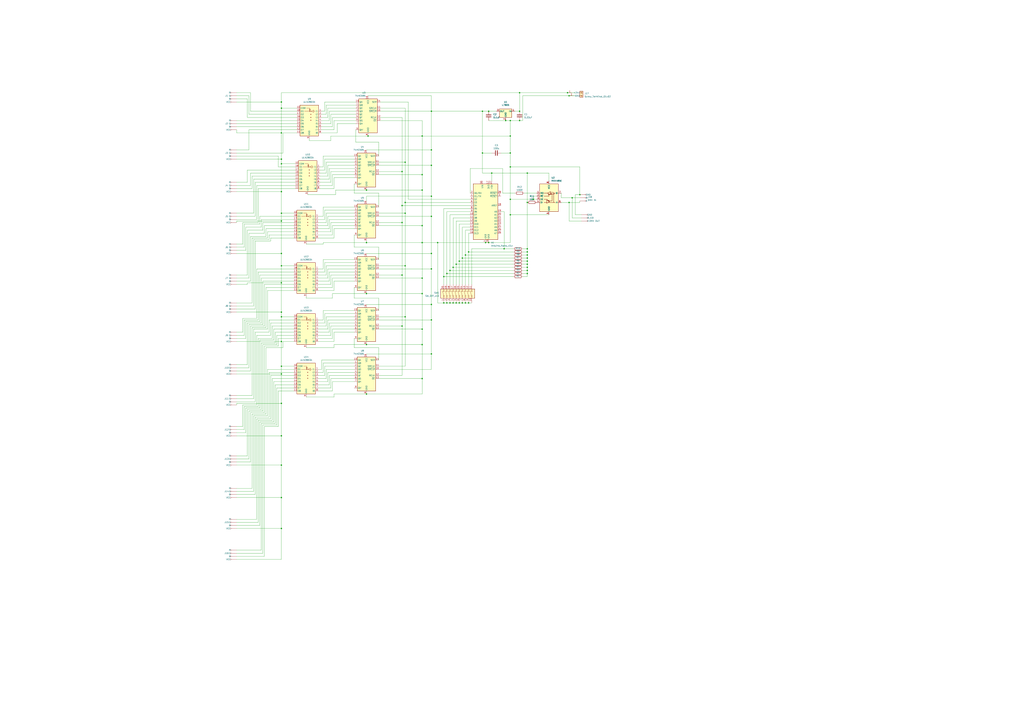
<source format=kicad_sch>
(kicad_sch (version 20230121) (generator eeschema)
  (paper "A1")
  (title_block (comment 1 "http://www.whatimade.today/reading-multiple-bits-using-one-arduino-pin/") (comment 2 "https://forum.arduino.cc/t/dip-switch-with-one-analog-input-code/615221/9") (comment 3 "https://www.instructables.com/Build-Your-Own-DMX-Fixture-Arduino/") (comment 4 "https://www.youtube.com/watch?v=hqVpxCPFaQk&ab_channel=CreativeStuff") (comment 5 "https://timodenk.com/blog/shiftregister-pwm-library/") (comment 6 "https://create.arduino.cc/projecthub/MrElectrouino/arduino-74hc595-rgb-leds-with-20-effects-ec5d39?ref=user&ref_id=419001&offset=0"))
  (lib_symbols
    (symbol "74xx:74HC595"
      (property "Reference" "U" (at -7.62 13.97 0))
      (property "Value" "74HC595" (at -7.62 -16.51 0))
      (symbol "74HC595_1_0"
        (pin tri_state line (at 10.16 7.62 180) (length 2.54) (name "QB") (number "1"))
        (pin input line (at -10.16 2.54 0) (length 2.54) (name "~{SRCLR}") (number "10"))
        (pin input line (at -10.16 5.08 0) (length 2.54) (name "SRCLK") (number "11"))
        (pin input line (at -10.16 -2.54 0) (length 2.54) (name "RCLK") (number "12"))
        (pin input line (at -10.16 -5.08 0) (length 2.54) (name "~{OE}") (number "13"))
        (pin input line (at -10.16 10.16 0) (length 2.54) (name "SER") (number "14"))
        (pin tri_state line (at 10.16 10.16 180) (length 2.54) (name "QA") (number "15"))
        (pin power_in line (at 0 15.24 270) (length 2.54) (name "VCC") (number "16"))
        (pin tri_state line (at 10.16 5.08 180) (length 2.54) (name "QC") (number "2"))
        (pin tri_state line (at 10.16 2.54 180) (length 2.54) (name "QD") (number "3"))
        (pin tri_state line (at 10.16 0 180) (length 2.54) (name "QE") (number "4"))
        (pin tri_state line (at 10.16 -2.54 180) (length 2.54) (name "QF") (number "5"))
        (pin tri_state line (at 10.16 -5.08 180) (length 2.54) (name "QG") (number "6"))
        (pin tri_state line (at 10.16 -7.62 180) (length 2.54) (name "QH") (number "7"))
        (pin power_in line (at 0 -17.78 90) (length 2.54) (name "GND") (number "8"))
        (pin output line (at 10.16 -12.7 180) (length 2.54) (name "QH'") (number "9"))
      )
    )
    (symbol "Conn_01x03_Female_1" (pin_numbers hide) (pin_names (offset 1.016))
      (property "Reference" "J2" (at 2.54 0 0))
      (property "Value" "DMX IN" (at 2.54 -2.54 0))
      (symbol "Conn_01x03_Female_1_1_1"
        (pin passive line (at -5.08 2.54 0) (length 3.81) (name "GND") (number "1"))
        (pin passive line (at -5.08 0 0) (length 3.81) (name "B") (number "2"))
        (pin passive line (at -5.08 -2.54 0) (length 3.81) (name "A") (number "3"))
      )
    )
    (symbol "Conn_01x03_Female_2" (pin_numbers hide) (pin_names (offset 1.016))
      (property "Reference" "J19" (at 1.27 0 0))
      (property "Value" "DMX OUT" (at 1.27 -2.54 0))
      (symbol "Conn_01x03_Female_2_1_1"
        (pin passive line (at -5.08 2.54 0) (length 3.81) (name "GND") (number "1"))
        (pin passive line (at -5.08 0 0) (length 3.81) (name "B") (number "2"))
        (pin passive line (at -5.08 -2.54 0) (length 3.81) (name "A") (number "3"))
      )
    )
    (symbol "Conn_01x04_Female_1" (pin_numbers hide) (pin_names (offset 1.016))
      (property "Reference" "J1" (at -0.635 6.35 0))
      (property "Value" "Conn_01x04_Female" (at 8.89 5.08 0))
      (symbol "Conn_01x04_Female_1_1_1"
        (pin passive line (at -5.08 2.54 0) (length 3.81) (name "R") (number "1"))
        (pin passive line (at -5.08 0 0) (length 3.81) (name "G") (number "2"))
        (pin passive line (at -5.08 -2.54 0) (length 3.81) (name "B") (number "3"))
        (pin passive line (at -5.08 -5.08 0) (length 3.81) (name "VCC") (number "4"))
      )
    )
    (symbol "Conn_01x04_Female_10" (pin_numbers hide) (pin_names (offset 1.016))
      (property "Reference" "J1" (at -0.635 6.35 0))
      (property "Value" "Conn_01x04_Female" (at 8.89 5.08 0))
      (symbol "Conn_01x04_Female_10_1_1"
        (pin passive line (at -5.08 2.54 0) (length 3.81) (name "R") (number "1"))
        (pin passive line (at -5.08 0 0) (length 3.81) (name "G") (number "2"))
        (pin passive line (at -5.08 -2.54 0) (length 3.81) (name "B") (number "3"))
        (pin passive line (at -5.08 -5.08 0) (length 3.81) (name "VCC") (number "4"))
      )
    )
    (symbol "Conn_01x04_Female_11" (pin_numbers hide) (pin_names (offset 1.016))
      (property "Reference" "J1" (at -0.635 6.35 0))
      (property "Value" "Conn_01x04_Female" (at 8.89 5.08 0))
      (symbol "Conn_01x04_Female_11_1_1"
        (pin passive line (at -5.08 2.54 0) (length 3.81) (name "R") (number "1"))
        (pin passive line (at -5.08 0 0) (length 3.81) (name "G") (number "2"))
        (pin passive line (at -5.08 -2.54 0) (length 3.81) (name "B") (number "3"))
        (pin passive line (at -5.08 -5.08 0) (length 3.81) (name "VCC") (number "4"))
      )
    )
    (symbol "Conn_01x04_Female_12" (pin_numbers hide) (pin_names (offset 1.016))
      (property "Reference" "J1" (at -0.635 6.35 0))
      (property "Value" "Conn_01x04_Female" (at 8.89 5.08 0))
      (symbol "Conn_01x04_Female_12_1_1"
        (pin passive line (at -5.08 2.54 0) (length 3.81) (name "R") (number "1"))
        (pin passive line (at -5.08 0 0) (length 3.81) (name "G") (number "2"))
        (pin passive line (at -5.08 -2.54 0) (length 3.81) (name "B") (number "3"))
        (pin passive line (at -5.08 -5.08 0) (length 3.81) (name "VCC") (number "4"))
      )
    )
    (symbol "Conn_01x04_Female_13" (pin_numbers hide) (pin_names (offset 1.016))
      (property "Reference" "J1" (at -0.635 6.35 0))
      (property "Value" "Conn_01x04_Female" (at 8.89 5.08 0))
      (symbol "Conn_01x04_Female_13_1_1"
        (pin passive line (at -5.08 2.54 0) (length 3.81) (name "R") (number "1"))
        (pin passive line (at -5.08 0 0) (length 3.81) (name "G") (number "2"))
        (pin passive line (at -5.08 -2.54 0) (length 3.81) (name "B") (number "3"))
        (pin passive line (at -5.08 -5.08 0) (length 3.81) (name "VCC") (number "4"))
      )
    )
    (symbol "Conn_01x04_Female_14" (pin_numbers hide) (pin_names (offset 1.016))
      (property "Reference" "J1" (at -0.635 6.35 0))
      (property "Value" "Conn_01x04_Female" (at 8.89 5.08 0))
      (symbol "Conn_01x04_Female_14_1_1"
        (pin passive line (at -5.08 2.54 0) (length 3.81) (name "R") (number "1"))
        (pin passive line (at -5.08 0 0) (length 3.81) (name "G") (number "2"))
        (pin passive line (at -5.08 -2.54 0) (length 3.81) (name "B") (number "3"))
        (pin passive line (at -5.08 -5.08 0) (length 3.81) (name "VCC") (number "4"))
      )
    )
    (symbol "Conn_01x04_Female_15" (pin_numbers hide) (pin_names (offset 1.016))
      (property "Reference" "J1" (at -0.635 6.35 0))
      (property "Value" "Conn_01x04_Female" (at 8.89 5.08 0))
      (symbol "Conn_01x04_Female_15_1_1"
        (pin passive line (at -5.08 2.54 0) (length 3.81) (name "R") (number "1"))
        (pin passive line (at -5.08 0 0) (length 3.81) (name "G") (number "2"))
        (pin passive line (at -5.08 -2.54 0) (length 3.81) (name "B") (number "3"))
        (pin passive line (at -5.08 -5.08 0) (length 3.81) (name "VCC") (number "4"))
      )
    )
    (symbol "Conn_01x04_Female_16" (pin_numbers hide) (pin_names (offset 1.016))
      (property "Reference" "J1" (at -0.635 6.35 0))
      (property "Value" "Conn_01x04_Female" (at 8.89 5.08 0))
      (symbol "Conn_01x04_Female_16_1_1"
        (pin passive line (at -5.08 2.54 0) (length 3.81) (name "R") (number "1"))
        (pin passive line (at -5.08 0 0) (length 3.81) (name "G") (number "2"))
        (pin passive line (at -5.08 -2.54 0) (length 3.81) (name "B") (number "3"))
        (pin passive line (at -5.08 -5.08 0) (length 3.81) (name "VCC") (number "4"))
      )
    )
    (symbol "Conn_01x04_Female_2" (pin_numbers hide) (pin_names (offset 1.016))
      (property "Reference" "J1" (at -0.635 6.35 0))
      (property "Value" "Conn_01x04_Female" (at 8.89 5.08 0))
      (symbol "Conn_01x04_Female_2_1_1"
        (pin passive line (at -5.08 2.54 0) (length 3.81) (name "R") (number "1"))
        (pin passive line (at -5.08 0 0) (length 3.81) (name "G") (number "2"))
        (pin passive line (at -5.08 -2.54 0) (length 3.81) (name "B") (number "3"))
        (pin passive line (at -5.08 -5.08 0) (length 3.81) (name "VCC") (number "4"))
      )
    )
    (symbol "Conn_01x04_Female_3" (pin_numbers hide) (pin_names (offset 1.016))
      (property "Reference" "J1" (at -0.635 6.35 0))
      (property "Value" "Conn_01x04_Female" (at 8.89 5.08 0))
      (symbol "Conn_01x04_Female_3_1_1"
        (pin passive line (at -5.08 2.54 0) (length 3.81) (name "R") (number "1"))
        (pin passive line (at -5.08 0 0) (length 3.81) (name "G") (number "2"))
        (pin passive line (at -5.08 -2.54 0) (length 3.81) (name "B") (number "3"))
        (pin passive line (at -5.08 -5.08 0) (length 3.81) (name "VCC") (number "4"))
      )
    )
    (symbol "Conn_01x04_Female_4" (pin_numbers hide) (pin_names (offset 1.016))
      (property "Reference" "J1" (at -0.635 6.35 0))
      (property "Value" "Conn_01x04_Female" (at 8.89 5.08 0))
      (symbol "Conn_01x04_Female_4_1_1"
        (pin passive line (at -5.08 2.54 0) (length 3.81) (name "R") (number "1"))
        (pin passive line (at -5.08 0 0) (length 3.81) (name "G") (number "2"))
        (pin passive line (at -5.08 -2.54 0) (length 3.81) (name "B") (number "3"))
        (pin passive line (at -5.08 -5.08 0) (length 3.81) (name "VCC") (number "4"))
      )
    )
    (symbol "Conn_01x04_Female_5" (pin_numbers hide) (pin_names (offset 1.016))
      (property "Reference" "J1" (at -0.635 6.35 0))
      (property "Value" "Conn_01x04_Female" (at 8.89 5.08 0))
      (symbol "Conn_01x04_Female_5_1_1"
        (pin passive line (at -5.08 2.54 0) (length 3.81) (name "R") (number "1"))
        (pin passive line (at -5.08 0 0) (length 3.81) (name "G") (number "2"))
        (pin passive line (at -5.08 -2.54 0) (length 3.81) (name "B") (number "3"))
        (pin passive line (at -5.08 -5.08 0) (length 3.81) (name "VCC") (number "4"))
      )
    )
    (symbol "Conn_01x04_Female_6" (pin_numbers hide) (pin_names (offset 1.016))
      (property "Reference" "J1" (at -0.635 6.35 0))
      (property "Value" "Conn_01x04_Female" (at 8.89 5.08 0))
      (symbol "Conn_01x04_Female_6_1_1"
        (pin passive line (at -5.08 2.54 0) (length 3.81) (name "R") (number "1"))
        (pin passive line (at -5.08 0 0) (length 3.81) (name "G") (number "2"))
        (pin passive line (at -5.08 -2.54 0) (length 3.81) (name "B") (number "3"))
        (pin passive line (at -5.08 -5.08 0) (length 3.81) (name "VCC") (number "4"))
      )
    )
    (symbol "Conn_01x04_Female_7" (pin_numbers hide) (pin_names (offset 1.016))
      (property "Reference" "J1" (at -0.635 6.35 0))
      (property "Value" "Conn_01x04_Female" (at 8.89 5.08 0))
      (symbol "Conn_01x04_Female_7_1_1"
        (pin passive line (at -5.08 2.54 0) (length 3.81) (name "R") (number "1"))
        (pin passive line (at -5.08 0 0) (length 3.81) (name "G") (number "2"))
        (pin passive line (at -5.08 -2.54 0) (length 3.81) (name "B") (number "3"))
        (pin passive line (at -5.08 -5.08 0) (length 3.81) (name "VCC") (number "4"))
      )
    )
    (symbol "Conn_01x04_Female_8" (pin_numbers hide) (pin_names (offset 1.016))
      (property "Reference" "J1" (at -0.635 6.35 0))
      (property "Value" "Conn_01x04_Female" (at 8.89 5.08 0))
      (symbol "Conn_01x04_Female_8_1_1"
        (pin passive line (at -5.08 2.54 0) (length 3.81) (name "R") (number "1"))
        (pin passive line (at -5.08 0 0) (length 3.81) (name "G") (number "2"))
        (pin passive line (at -5.08 -2.54 0) (length 3.81) (name "B") (number "3"))
        (pin passive line (at -5.08 -5.08 0) (length 3.81) (name "VCC") (number "4"))
      )
    )
    (symbol "Conn_01x04_Female_9" (pin_numbers hide) (pin_names (offset 1.016))
      (property "Reference" "J1" (at -0.635 6.35 0))
      (property "Value" "Conn_01x04_Female" (at 8.89 5.08 0))
      (symbol "Conn_01x04_Female_9_1_1"
        (pin passive line (at -5.08 2.54 0) (length 3.81) (name "R") (number "1"))
        (pin passive line (at -5.08 0 0) (length 3.81) (name "G") (number "2"))
        (pin passive line (at -5.08 -2.54 0) (length 3.81) (name "B") (number "3"))
        (pin passive line (at -5.08 -5.08 0) (length 3.81) (name "VCC") (number "4"))
      )
    )
    (symbol "Connector:Screw_Terminal_01x02" (pin_names (offset 1.016))
      (property "Reference" "J1" (at 0 2.54 0))
      (property "Value" "Screw_Terminal_01x02" (at 0 -5.08 0))
      (symbol "Screw_Terminal_01x02_1_1"
        (pin passive line (at -11.43 0 0) (length 3.81) (name "+24V") (number "1"))
        (pin passive line (at -10.16 -2.54 0) (length 3.81) (name "GND") (number "2"))
      )
    )
    (symbol "Device:C" (pin_numbers hide) (pin_names (offset 0.254))
      (property "Reference" "C" (at 0.635 2.54 0))
      (property "Value" "C" (at 0.635 -2.54 0))
      (symbol "C_1_1"
        (pin passive line (at 0 3.81 270) (length 2.794) (name "~") (number "1"))
        (pin passive line (at 0 -3.81 90) (length 2.794) (name "~") (number "2"))
      )
    )
    (symbol "Device:R" (pin_numbers hide) (pin_names (offset 0))
      (property "Reference" "R" (at 2.032 0 90))
      (property "Value" "R" (at 0 0 90))
      (symbol "R_1_1"
        (pin passive line (at 0 3.81 270) (length 1.27) (name "~") (number "1"))
        (pin passive line (at 0 -3.81 90) (length 1.27) (name "~") (number "2"))
      )
    )
    (symbol "Interface_UART:MAX485E"
      (property "Reference" "U" (at -6.096 11.43 0))
      (property "Value" "MAX485E" (at 0.762 11.43 0))
      (symbol "MAX485E_1_1"
        (pin output line (at -10.16 2.54 0) (length 2.54) (name "RO") (number "1"))
        (pin input line (at -10.16 0 0) (length 2.54) (name "~{RE}") (number "2"))
        (pin input line (at -10.16 -2.54 0) (length 2.54) (name "DE") (number "3"))
        (pin input line (at -10.16 -5.08 0) (length 2.54) (name "DI") (number "4"))
        (pin power_in line (at 0 -15.24 90) (length 2.54) (name "GND") (number "5"))
        (pin bidirectional line (at 10.16 -5.08 180) (length 2.54) (name "A") (number "6"))
        (pin bidirectional line (at 10.16 2.54 180) (length 2.54) (name "B") (number "7"))
        (pin power_in line (at 0 12.7 270) (length 2.54) (name "VCC") (number "8"))
      )
    )
    (symbol "MCU_Module:Arduino_Nano_v3.x"
      (property "Reference" "A" (at -10.16 23.495 0))
      (property "Value" "Arduino_Nano_v3.x" (at 5.08 -24.13 0))
      (symbol "Arduino_Nano_v3.x_1_1"
        (pin bidirectional line (at -12.7 12.7 0) (length 2.54) (name "D1/TX") (number "1"))
        (pin bidirectional line (at -12.7 -2.54 0) (length 2.54) (name "D7") (number "10"))
        (pin bidirectional line (at -12.7 -5.08 0) (length 2.54) (name "D8") (number "11"))
        (pin bidirectional line (at -12.7 -7.62 0) (length 2.54) (name "D9") (number "12"))
        (pin bidirectional line (at -12.7 -10.16 0) (length 2.54) (name "D10") (number "13"))
        (pin bidirectional line (at -12.7 -12.7 0) (length 2.54) (name "D11") (number "14"))
        (pin bidirectional line (at -12.7 -15.24 0) (length 2.54) (name "D12") (number "15"))
        (pin bidirectional line (at -12.7 -17.78 0) (length 2.54) (name "D13") (number "16"))
        (pin power_out line (at 2.54 25.4 270) (length 2.54) (name "3V3") (number "17"))
        (pin input line (at 12.7 5.08 180) (length 2.54) (name "AREF") (number "18"))
        (pin bidirectional line (at 12.7 0 180) (length 2.54) (name "A0") (number "19"))
        (pin bidirectional line (at -12.7 15.24 0) (length 2.54) (name "D0/RX") (number "2"))
        (pin bidirectional line (at 12.7 -2.54 180) (length 2.54) (name "A1") (number "20"))
        (pin bidirectional line (at 12.7 -5.08 180) (length 2.54) (name "A2") (number "21"))
        (pin bidirectional line (at 12.7 -7.62 180) (length 2.54) (name "A3") (number "22"))
        (pin bidirectional line (at 12.7 -10.16 180) (length 2.54) (name "A4") (number "23"))
        (pin bidirectional line (at 12.7 -12.7 180) (length 2.54) (name "A5") (number "24"))
        (pin bidirectional line (at 12.7 -15.24 180) (length 2.54) (name "A6") (number "25"))
        (pin bidirectional line (at 12.7 -17.78 180) (length 2.54) (name "A7") (number "26"))
        (pin power_out line (at 5.08 25.4 270) (length 2.54) (name "+5V") (number "27"))
        (pin input line (at 12.7 15.24 180) (length 2.54) (name "~{RESET}") (number "28"))
        (pin power_in line (at 2.54 -25.4 90) (length 2.54) (name "GND") (number "29"))
        (pin input line (at 12.7 12.7 180) (length 2.54) (name "~{RESET}") (number "3"))
        (pin power_in line (at -2.54 25.4 270) (length 2.54) (name "VIN") (number "30"))
        (pin power_in line (at 0 -25.4 90) (length 2.54) (name "GND") (number "4"))
        (pin bidirectional line (at -12.7 10.16 0) (length 2.54) (name "D2") (number "5"))
        (pin bidirectional line (at -12.7 7.62 0) (length 2.54) (name "D3") (number "6"))
        (pin bidirectional line (at -12.7 5.08 0) (length 2.54) (name "D4") (number "7"))
        (pin bidirectional line (at -12.7 2.54 0) (length 2.54) (name "D5") (number "8"))
        (pin bidirectional line (at -12.7 0 0) (length 2.54) (name "D6") (number "9"))
      )
    )
    (symbol "Regulator_Linear:L7805" (pin_names (offset 0.254))
      (property "Reference" "U" (at -3.81 3.175 0))
      (property "Value" "L7805" (at 0 3.175 0))
      (symbol "L7805_1_1"
        (pin power_in line (at -7.62 0 0) (length 2.54) (name "IN") (number "1"))
        (pin power_in line (at 0 -7.62 90) (length 2.54) (name "GND") (number "2"))
        (pin power_out line (at 7.62 0 180) (length 2.54) (name "OUT") (number "3"))
      )
    )
    (symbol "Switch:SW_DIP_x10" (pin_names (offset 0) hide)
      (property "Reference" "SW" (at 0 16.51 0))
      (property "Value" "SW_DIP_x10" (at 0 -13.97 0))
      (symbol "SW_DIP_x10_1_1"
        (pin passive line (at -7.62 12.7 0) (length 5.08) (name "~") (number "1"))
        (pin passive line (at -7.62 -10.16 0) (length 5.08) (name "~") (number "10"))
        (pin passive line (at 7.62 -10.16 180) (length 5.08) (name "~") (number "11"))
        (pin passive line (at 7.62 -7.62 180) (length 5.08) (name "~") (number "12"))
        (pin passive line (at 7.62 -5.08 180) (length 5.08) (name "~") (number "13"))
        (pin passive line (at 7.62 -2.54 180) (length 5.08) (name "~") (number "14"))
        (pin passive line (at 7.62 0 180) (length 5.08) (name "~") (number "15"))
        (pin passive line (at 7.62 2.54 180) (length 5.08) (name "~") (number "16"))
        (pin passive line (at 7.62 5.08 180) (length 5.08) (name "~") (number "17"))
        (pin passive line (at 7.62 7.62 180) (length 5.08) (name "~") (number "18"))
        (pin passive line (at 7.62 10.16 180) (length 5.08) (name "~") (number "19"))
        (pin passive line (at -7.62 10.16 0) (length 5.08) (name "~") (number "2"))
        (pin passive line (at 7.62 12.7 180) (length 5.08) (name "~") (number "20"))
        (pin passive line (at -7.62 7.62 0) (length 5.08) (name "~") (number "3"))
        (pin passive line (at -7.62 5.08 0) (length 5.08) (name "~") (number "4"))
        (pin passive line (at -7.62 2.54 0) (length 5.08) (name "~") (number "5"))
        (pin passive line (at -7.62 0 0) (length 5.08) (name "~") (number "6"))
        (pin passive line (at -7.62 -2.54 0) (length 5.08) (name "~") (number "7"))
        (pin passive line (at -7.62 -5.08 0) (length 5.08) (name "~") (number "8"))
        (pin passive line (at -7.62 -7.62 0) (length 5.08) (name "~") (number "9"))
      )
    )
    (symbol "Transistor_Array:ULN2803A"
      (property "Reference" "U" (at 0 13.335 0))
      (property "Value" "ULN2803A" (at 0 11.43 0))
      (symbol "ULN2803A_1_1"
        (pin input line (at -10.16 5.08 0) (length 2.54) (name "I1") (number "1"))
        (pin passive line (at 10.16 7.62 180) (length 2.54) (name "COM") (number "10"))
        (pin open_collector line (at 10.16 -12.7 180) (length 2.54) (name "O8") (number "11"))
        (pin open_collector line (at 10.16 -10.16 180) (length 2.54) (name "O7") (number "12"))
        (pin open_collector line (at 10.16 -7.62 180) (length 2.54) (name "O6") (number "13"))
        (pin open_collector line (at 10.16 -5.08 180) (length 2.54) (name "O5") (number "14"))
        (pin open_collector line (at 10.16 -2.54 180) (length 2.54) (name "O4") (number "15"))
        (pin open_collector line (at 10.16 0 180) (length 2.54) (name "O3") (number "16"))
        (pin open_collector line (at 10.16 2.54 180) (length 2.54) (name "O2") (number "17"))
        (pin open_collector line (at 10.16 5.08 180) (length 2.54) (name "O1") (number "18"))
        (pin input line (at -10.16 2.54 0) (length 2.54) (name "I2") (number "2"))
        (pin input line (at -10.16 0 0) (length 2.54) (name "I3") (number "3"))
        (pin input line (at -10.16 -2.54 0) (length 2.54) (name "I4") (number "4"))
        (pin input line (at -10.16 -5.08 0) (length 2.54) (name "I5") (number "5"))
        (pin input line (at -10.16 -7.62 0) (length 2.54) (name "I6") (number "6"))
        (pin input line (at -10.16 -10.16 0) (length 2.54) (name "I7") (number "7"))
        (pin input line (at -10.16 -12.7 0) (length 2.54) (name "I8") (number "8"))
        (pin power_in line (at 0 -17.78 90) (length 2.54) (name "GND") (number "9"))
      )
    )
  )
  (junction (at 433.07 142.24))
  (junction (at 330.2 140.97))
  (junction (at 302.26 111.76))
  (junction (at 364.49 248.92))
  (junction (at 398.78 199.39))
  (junction (at 438.15 163.83))
  (junction (at 354.33 177.8))
  (junction (at 300.99 323.85))
  (junction (at 354.33 135.89))
  (junction (at 300.99 283.21))
  (junction (at 231.14 134.62))
  (junction (at 332.74 133.35))
  (junction (at 401.32 199.39))
  (junction (at 332.74 175.26))
  (junction (at 354.33 262.89))
  (junction (at 364.49 227.33))
  (junction (at 346.71 311.15))
  (junction (at 231.14 331.47))
  (junction (at 231.14 83.82))
  (junction (at 466.09 76.2))
  (junction (at 354.33 290.83))
  (junction (at 377.19 214.63))
  (junction (at 231.14 175.26))
  (junction (at 433.07 212.09))
  (junction (at 433.07 207.01))
  (junction (at 382.27 209.55))
  (junction (at 231.14 300.99))
  (junction (at 403.86 142.24))
  (junction (at 415.29 99.06))
  (junction (at 346.71 241.3))
  (junction (at 330.2 267.97))
  (junction (at 367.03 248.92))
  (junction (at 300.99 199.39))
  (junction (at 332.74 260.35))
  (junction (at 384.81 207.01))
  (junction (at 359.41 199.39))
  (junction (at 346.71 143.51))
  (junction (at 346.71 185.42))
  (junction (at 433.07 166.37))
  (junction (at 372.11 219.71))
  (junction (at 374.65 217.17))
  (junction (at 332.74 218.44))
  (junction (at 354.33 91.44))
  (junction (at 419.1 111.76))
  (junction (at 354.33 208.28))
  (junction (at 354.33 220.98))
  (junction (at 419.1 163.83))
  (junction (at 433.07 222.25))
  (junction (at 346.71 270.51))
  (junction (at 433.07 214.63))
  (junction (at 419.1 137.16))
  (junction (at 433.07 217.17))
  (junction (at 426.72 91.44))
  (junction (at 467.36 78.74))
  (junction (at 377.19 248.92))
  (junction (at 419.1 99.06))
  (junction (at 426.72 99.06))
  (junction (at 346.71 283.21))
  (junction (at 231.14 358.14))
  (junction (at 231.14 434.34))
  (junction (at 231.14 88.9))
  (junction (at 346.71 228.6))
  (junction (at 372.11 248.92))
  (junction (at 231.14 280.67))
  (junction (at 419.1 125.73))
  (junction (at 419.1 176.53))
  (junction (at 354.33 161.29))
  (junction (at 426.72 76.2))
  (junction (at 300.99 241.3))
  (junction (at 379.73 248.92))
  (junction (at 231.14 256.54))
  (junction (at 300.99 156.21))
  (junction (at 231.14 130.81))
  (junction (at 330.2 226.06))
  (junction (at 469.9 162.56))
  (junction (at 354.33 123.19))
  (junction (at 476.25 160.02))
  (junction (at 330.2 182.88))
  (junction (at 382.27 248.92))
  (junction (at 231.14 181.61))
  (junction (at 346.71 156.21))
  (junction (at 346.71 199.39))
  (junction (at 384.81 248.92))
  (junction (at 231.14 218.44))
  (junction (at 231.14 408.94))
  (junction (at 369.57 248.92))
  (junction (at 396.24 125.73))
  (junction (at 374.65 248.92))
  (junction (at 401.32 91.44))
  (junction (at 231.14 232.41))
  (junction (at 414.02 204.47))
  (junction (at 379.73 212.09))
  (junction (at 332.74 166.37))
  (junction (at 433.07 219.71))
  (junction (at 396.24 91.44))
  (junction (at 231.14 382.27))
  (junction (at 433.07 204.47))
  (junction (at 231.14 307.34))
  (junction (at 354.33 250.19))
  (junction (at 231.14 208.28))
  (junction (at 369.57 222.25))
  (junction (at 433.07 224.79))
  (junction (at 433.07 209.55))
  (junction (at 367.03 224.79))
  (junction (at 330.2 168.91))
  (junction (at 231.14 157.48))
  (junction (at 231.14 109.22))
  (junction (at 231.14 260.35))
  (junction (at 346.71 111.76))
  (junction (at 467.36 166.37))
  (wire (pts (xy 469.9 179.07) (xy 469.9 162.56)))
  (wire (pts (xy 332.74 300.99) (xy 311.15 300.99)))
  (wire (pts (xy 354.33 290.83) (xy 354.33 303.53)))
  (wire (pts (xy 271.78 182.88) (xy 271.78 190.5)))
  (wire (pts (xy 241.3 177.8) (xy 213.36 177.8)))
  (wire (pts (xy 374.65 181.61) (xy 374.65 217.17)))
  (wire (pts (xy 215.9 337.82) (xy 204.47 337.82)))
  (wire (pts (xy 194.31 83.82) (xy 231.14 83.82)))
  (wire (pts (xy 194.31 181.61) (xy 231.14 181.61)))
  (wire (pts (xy 194.31 78.74) (xy 204.47 78.74)))
  (wire (pts (xy 419.1 176.53) (xy 419.1 199.39)))
  (wire (pts (xy 346.71 241.3) (xy 346.71 228.6)))
  (wire (pts (xy 472.44 160.02) (xy 472.44 176.53)))
  (wire (pts (xy 267.97 86.36) (xy 267.97 93.98)))
  (wire (pts (xy 209.55 406.4) (xy 194.31 406.4)))
  (wire (pts (xy 330.2 182.88) (xy 330.2 168.91)))
  (wire (pts (xy 274.32 326.39) (xy 274.32 323.85)))
  (wire (pts (xy 231.14 307.34) (xy 231.14 331.47)))
  (wire (pts (xy 212.09 182.88) (xy 199.39 182.88)))
  (wire (pts (xy 241.3 316.23) (xy 226.06 316.23)))
  (wire (pts (xy 205.74 142.24) (xy 205.74 152.4)))
  (wire (pts (xy 219.71 195.58) (xy 207.01 195.58)))
  (wire (pts (xy 379.73 212.09) (xy 379.73 233.68)))
  (wire (pts (xy 217.17 185.42) (xy 217.17 191.77)))
  (wire (pts (xy 433.07 142.24) (xy 433.07 166.37)))
  (wire (pts (xy 262.89 154.94) (xy 274.32 154.94)))
  (wire (pts (xy 271.78 226.06) (xy 271.78 233.68)))
  (wire (pts (xy 330.2 96.52) (xy 312.42 96.52)))
  (wire (pts (xy 261.62 280.67) (xy 274.32 280.67)))
  (wire (pts (xy 377.19 214.63) (xy 421.64 214.63)))
  (wire (pts (xy 311.15 218.44) (xy 332.74 218.44)))
  (wire (pts (xy 302.26 111.76) (xy 271.78 111.76)))
  (wire (pts (xy 433.07 166.37) (xy 433.07 204.47)))
  (wire (pts (xy 386.08 179.07) (xy 372.11 179.07)))
  (wire (pts (xy 194.31 233.68) (xy 203.2 233.68)))
  (wire (pts (xy 300.99 241.3) (xy 273.05 241.3)))
  (wire (pts (xy 372.11 219.71) (xy 421.64 219.71)))
  (wire (pts (xy 354.33 91.44) (xy 354.33 123.19)))
  (wire (pts (xy 275.59 160.02) (xy 275.59 156.21)))
  (wire (pts (xy 194.31 123.19) (xy 204.47 123.19)))
  (wire (pts (xy 290.83 306.07) (xy 269.24 306.07)))
  (wire (pts (xy 290.83 180.34) (xy 270.51 180.34)))
  (wire (pts (xy 241.3 278.13) (xy 228.6 278.13)))
  (wire (pts (xy 300.99 283.21) (xy 346.71 283.21)))
  (wire (pts (xy 218.44 340.36) (xy 207.01 340.36)))
  (wire (pts (xy 440.69 161.29) (xy 438.15 161.29)))
  (wire (pts (xy 213.36 226.06) (xy 213.36 264.16)))
  (wire (pts (xy 231.14 88.9) (xy 231.14 109.22)))
  (wire (pts (xy 220.98 262.89) (xy 220.98 273.05)))
  (wire (pts (xy 274.32 195.58) (xy 274.32 187.96)))
  (wire (pts (xy 241.3 182.88) (xy 215.9 182.88)))
  (wire (pts (xy 300.99 123.19) (xy 354.33 123.19)))
  (wire (pts (xy 243.84 93.98) (xy 204.47 93.98)))
  (wire (pts (xy 217.17 339.09) (xy 205.74 339.09)))
  (wire (pts (xy 311.15 143.51) (xy 346.71 143.51)))
  (wire (pts (xy 261.62 275.59) (xy 271.78 275.59)))
  (wire (pts (xy 226.06 281.94) (xy 214.63 281.94)))
  (wire (pts (xy 241.3 311.15) (xy 223.52 311.15)))
  (wire (pts (xy 426.72 76.2) (xy 466.09 76.2)))
  (wire (pts (xy 433.07 217.17) (xy 433.07 219.71)))
  (wire (pts (xy 242.57 154.94) (xy 212.09 154.94)))
  (wire (pts (xy 194.31 331.47) (xy 194.31 332.74)))
  (wire (pts (xy 330.2 226.06) (xy 311.15 226.06)))
  (wire (pts (xy 266.7 265.43) (xy 261.62 265.43)))
  (wire (pts (xy 273.05 278.13) (xy 261.62 278.13)))
  (wire (pts (xy 270.51 265.43) (xy 270.51 273.05)))
  (wire (pts (xy 215.9 189.23) (xy 203.2 189.23)))
  (wire (pts (xy 374.65 248.92) (xy 377.19 248.92)))
  (wire (pts (xy 261.62 303.53) (xy 264.16 303.53)))
  (wire (pts (xy 292.1 96.52) (xy 273.05 96.52)))
  (wire (pts (xy 377.19 214.63) (xy 377.19 233.68)))
  (wire (pts (xy 203.2 139.7) (xy 203.2 149.86)))
  (wire (pts (xy 232.41 109.22) (xy 232.41 125.73)))
  (wire (pts (xy 208.28 196.85) (xy 208.28 251.46)))
  (wire (pts (xy 265.43 306.07) (xy 261.62 306.07)))
  (wire (pts (xy 379.73 186.69) (xy 379.73 212.09)))
  (wire (pts (xy 372.11 219.71) (xy 372.11 233.68)))
  (wire (pts (xy 220.98 273.05) (xy 209.55 273.05)))
  (wire (pts (xy 214.63 186.69) (xy 201.93 186.69)))
  (wire (pts (xy 261.62 195.58) (xy 274.32 195.58)))
  (wire (pts (xy 386.08 166.37) (xy 332.74 166.37)))
  (wire (pts (xy 231.14 88.9) (xy 243.84 88.9)))
  (wire (pts (xy 382.27 189.23) (xy 382.27 209.55)))
  (wire (pts (xy 290.83 203.2) (xy 311.15 203.2)))
  (wire (pts (xy 311.15 308.61) (xy 330.2 308.61)))
  (wire (pts (xy 241.3 270.51) (xy 224.79 270.51)))
  (wire (pts (xy 290.83 193.04) (xy 290.83 203.2)))
  (wire (pts (xy 266.7 308.61) (xy 261.62 308.61)))
  (wire (pts (xy 396.24 91.44) (xy 401.32 91.44)))
  (wire (pts (xy 194.31 106.68) (xy 194.31 109.22)))
  (wire (pts (xy 208.28 270.51) (xy 208.28 327.66)))
  (wire (pts (xy 311.15 228.6) (xy 346.71 228.6)))
  (wire (pts (xy 207.01 144.78) (xy 207.01 154.94)))
  (wire (pts (xy 269.24 185.42) (xy 261.62 185.42)))
  (wire (pts (xy 226.06 347.98) (xy 214.63 347.98)))
  (wire (pts (xy 204.47 337.82) (xy 204.47 377.19)))
  (wire (pts (xy 200.66 184.15) (xy 200.66 203.2)))
  (wire (pts (xy 270.51 180.34) (xy 270.51 187.96)))
  (wire (pts (xy 290.83 300.99) (xy 266.7 300.99)))
  (wire (pts (xy 261.62 226.06) (xy 267.97 226.06)))
  (wire (pts (xy 274.32 283.21) (xy 274.32 285.75)))
  (wire (pts (xy 194.31 130.81) (xy 231.14 130.81)))
  (wire (pts (xy 290.83 311.15) (xy 271.78 311.15)))
  (wire (pts (xy 209.55 177.8) (xy 194.31 177.8)))
  (wire (pts (xy 231.14 83.82) (xy 231.14 76.2)))
  (wire (pts (xy 419.1 125.73) (xy 419.1 137.16)))
  (wire (pts (xy 382.27 209.55) (xy 421.64 209.55)))
  (wire (pts (xy 429.26 224.79) (xy 433.07 224.79)))
  (wire (pts (xy 346.71 228.6) (xy 346.71 199.39)))
  (wire (pts (xy 194.31 128.27) (xy 228.6 128.27)))
  (wire (pts (xy 429.26 78.74) (xy 467.36 78.74)))
  (wire (pts (xy 194.31 152.4) (xy 205.74 152.4)))
  (wire (pts (xy 374.65 217.17) (xy 374.65 233.68)))
  (wire (pts (xy 311.15 285.75) (xy 311.15 295.91)))
  (wire (pts (xy 433.07 222.25) (xy 433.07 224.79)))
  (wire (pts (xy 228.6 137.16) (xy 228.6 128.27)))
  (wire (pts (xy 429.26 209.55) (xy 433.07 209.55)))
  (wire (pts (xy 207.01 195.58) (xy 207.01 248.92)))
  (wire (pts (xy 414.02 173.99) (xy 414.02 204.47)))
  (wire (pts (xy 194.31 431.8) (xy 213.36 431.8)))
  (wire (pts (xy 386.08 191.77) (xy 384.81 191.77)))
  (wire (pts (xy 219.71 238.76) (xy 219.71 270.51)))
  (wire (pts (xy 217.17 191.77) (xy 204.47 191.77)))
  (wire (pts (xy 429.26 78.74) (xy 429.26 99.06)))
  (wire (pts (xy 403.86 142.24) (xy 396.24 142.24)))
  (wire (pts (xy 438.15 161.29) (xy 438.15 163.83)))
  (wire (pts (xy 266.7 91.44) (xy 266.7 83.82)))
  (wire (pts (xy 290.83 303.53) (xy 267.97 303.53)))
  (wire (pts (xy 354.33 161.29) (xy 354.33 177.8)))
  (wire (pts (xy 335.28 83.82) (xy 312.42 83.82)))
  (wire (pts (xy 194.31 256.54) (xy 231.14 256.54)))
  (wire (pts (xy 271.78 111.76) (xy 271.78 115.57)))
  (wire (pts (xy 429.26 207.01) (xy 433.07 207.01)))
  (wire (pts (xy 433.07 142.24) (xy 450.85 142.24)))
  (wire (pts (xy 290.83 172.72) (xy 266.7 172.72)))
  (wire (pts (xy 261.62 238.76) (xy 274.32 238.76)))
  (wire (pts (xy 477.52 181.61) (xy 467.36 181.61)))
  (wire (pts (xy 379.73 248.92) (xy 382.27 248.92)))
  (wire (pts (xy 241.3 275.59) (xy 227.33 275.59)))
  (wire (pts (xy 266.7 215.9) (xy 266.7 223.52)))
  (wire (pts (xy 194.31 382.27) (xy 231.14 382.27)))
  (wire (pts (xy 194.31 459.74) (xy 231.14 459.74)))
  (wire (pts (xy 265.43 199.39) (xy 300.99 199.39)))
  (wire (pts (xy 311.15 116.84) (xy 311.15 128.27)))
  (wire (pts (xy 472.44 176.53) (xy 477.52 176.53)))
  (wire (pts (xy 346.71 156.21) (xy 346.71 143.51)))
  (wire (pts (xy 476.25 137.16) (xy 419.1 137.16)))
  (wire (pts (xy 354.33 250.19) (xy 354.33 262.89)))
  (wire (pts (xy 201.93 278.13) (xy 201.93 264.16)))
  (wire (pts (xy 412.75 138.43) (xy 412.75 158.75)))
  (wire (pts (xy 271.78 318.77) (xy 261.62 318.77)))
  (wire (pts (xy 232.41 280.67) (xy 232.41 285.75)))
  (wire (pts (xy 201.93 264.16) (xy 213.36 264.16)))
  (wire (pts (xy 201.93 335.28) (xy 201.93 355.6)))
  (wire (pts (xy 369.57 222.25) (xy 369.57 233.68)))
  (wire (pts (xy 384.81 207.01) (xy 384.81 233.68)))
  (wire (pts (xy 269.24 135.89) (xy 269.24 144.78)))
  (wire (pts (xy 210.82 344.17) (xy 210.82 426.72)))
  (wire (pts (xy 346.71 99.06) (xy 346.71 111.76)))
  (wire (pts (xy 386.08 173.99) (xy 367.03 173.99)))
  (wire (pts (xy 226.06 316.23) (xy 226.06 347.98)))
  (wire (pts (xy 224.79 313.69) (xy 224.79 346.71)))
  (wire (pts (xy 262.89 147.32) (xy 270.51 147.32)))
  (wire (pts (xy 264.16 101.6) (xy 271.78 101.6)))
  (wire (pts (xy 290.83 135.89) (xy 269.24 135.89)))
  (wire (pts (xy 330.2 308.61) (xy 330.2 267.97)))
  (wire (pts (xy 194.31 374.65) (xy 203.2 374.65)))
  (wire (pts (xy 231.14 76.2) (xy 426.72 76.2)))
  (wire (pts (xy 414.02 173.99) (xy 411.48 173.99)))
  (wire (pts (xy 332.74 166.37) (xy 332.74 133.35)))
  (wire (pts (xy 194.31 76.2) (xy 205.74 76.2)))
  (wire (pts (xy 264.16 295.91) (xy 264.16 303.53)))
  (wire (pts (xy 231.14 358.14) (xy 231.14 382.27)))
  (wire (pts (xy 311.15 158.75) (xy 311.15 170.18)))
  (wire (pts (xy 422.91 91.44) (xy 426.72 91.44)))
  (wire (pts (xy 194.31 307.34) (xy 231.14 307.34)))
  (wire (pts (xy 262.89 152.4) (xy 273.05 152.4)))
  (wire (pts (xy 403.86 148.59) (xy 403.86 142.24)))
  (wire (pts (xy 199.39 332.74) (xy 199.39 350.52)))
  (wire (pts (xy 290.83 278.13) (xy 290.83 285.75)))
  (wire (pts (xy 220.98 342.9) (xy 209.55 342.9)))
  (wire (pts (xy 290.83 138.43) (xy 270.51 138.43)))
  (wire (pts (xy 290.83 285.75) (xy 311.15 285.75)))
  (wire (pts (xy 267.97 218.44) (xy 267.97 226.06)))
  (wire (pts (xy 369.57 222.25) (xy 421.64 222.25)))
  (wire (pts (xy 220.98 193.04) (xy 220.98 196.85)))
  (wire (pts (xy 217.17 350.52) (xy 217.17 457.2)))
  (wire (pts (xy 477.52 179.07) (xy 469.9 179.07)))
  (wire (pts (xy 251.46 243.84) (xy 251.46 245.11)))
  (wire (pts (xy 300.99 199.39) (xy 300.99 198.12)))
  (wire (pts (xy 275.59 156.21) (xy 300.99 156.21)))
  (wire (pts (xy 311.15 303.53) (xy 354.33 303.53)))
  (wire (pts (xy 261.62 190.5) (xy 271.78 190.5)))
  (wire (pts (xy 330.2 168.91) (xy 330.2 140.97)))
  (wire (pts (xy 271.78 93.98) (xy 271.78 101.6)))
  (wire (pts (xy 261.62 262.89) (xy 265.43 262.89)))
  (wire (pts (xy 346.71 270.51) (xy 346.71 241.3)))
  (wire (pts (xy 218.44 236.22) (xy 218.44 269.24)))
  (wire (pts (xy 265.43 170.18) (xy 265.43 177.8)))
  (wire (pts (xy 290.83 255.27) (xy 265.43 255.27)))
  (wire (pts (xy 433.07 207.01) (xy 433.07 209.55)))
  (wire (pts (xy 276.86 109.22) (xy 276.86 101.6)))
  (wire (pts (xy 208.28 147.32) (xy 208.28 175.26)))
  (wire (pts (xy 429.26 99.06) (xy 426.72 99.06)))
  (wire (pts (xy 386.08 184.15) (xy 377.19 184.15)))
  (wire (pts (xy 266.7 257.81) (xy 266.7 265.43)))
  (wire (pts (xy 212.09 223.52) (xy 212.09 262.89)))
  (wire (pts (xy 209.55 342.9) (xy 209.55 406.4)))
  (wire (pts (xy 242.57 137.16) (xy 228.6 137.16)))
  (wire (pts (xy 429.26 219.71) (xy 433.07 219.71)))
  (wire (pts (xy 273.05 193.04) (xy 261.62 193.04)))
  (wire (pts (xy 292.1 91.44) (xy 270.51 91.44)))
  (wire (pts (xy 419.1 99.06) (xy 419.1 111.76)))
  (wire (pts (xy 267.97 182.88) (xy 261.62 182.88)))
  (wire (pts (xy 270.51 308.61) (xy 270.51 316.23)))
  (wire (pts (xy 386.08 171.45) (xy 364.49 171.45)))
  (wire (pts (xy 231.14 300.99) (xy 241.3 300.99)))
  (wire (pts (xy 214.63 347.98) (xy 214.63 452.12)))
  (wire (pts (xy 467.36 181.61) (xy 467.36 166.37)))
  (wire (pts (xy 386.08 186.69) (xy 379.73 186.69)))
  (wire (pts (xy 367.03 224.79) (xy 421.64 224.79)))
  (wire (pts (xy 208.28 327.66) (xy 194.31 327.66)))
  (wire (pts (xy 223.52 278.13) (xy 212.09 278.13)))
  (wire (pts (xy 311.15 245.11) (xy 311.15 255.27)))
  (wire (pts (xy 194.31 154.94) (xy 207.01 154.94)))
  (wire (pts (xy 222.25 195.58) (xy 222.25 198.12)))
  (wire (pts (xy 274.32 106.68) (xy 264.16 106.68)))
  (wire (pts (xy 241.3 195.58) (xy 222.25 195.58)))
  (wire (pts (xy 231.14 208.28) (xy 231.14 218.44)))
  (wire (pts (xy 241.3 180.34) (xy 214.63 180.34)))
  (wire (pts (xy 194.31 355.6) (xy 201.93 355.6)))
  (wire (pts (xy 273.05 270.51) (xy 273.05 278.13)))
  (wire (pts (xy 290.83 267.97) (xy 271.78 267.97)))
  (wire (pts (xy 241.3 262.89) (xy 220.98 262.89)))
  (wire (pts (xy 290.83 236.22) (xy 290.83 245.11)))
  (wire (pts (xy 346.71 185.42) (xy 346.71 199.39)))
  (wire (pts (xy 290.83 151.13) (xy 290.83 158.75)))
  (wire (pts (xy 231.14 134.62) (xy 242.57 134.62)))
  (wire (pts (xy 215.9 349.25) (xy 215.9 454.66)))
  (wire (pts (xy 261.62 228.6) (xy 269.24 228.6)))
  (wire (pts (xy 266.7 139.7) (xy 262.89 139.7)))
  (wire (pts (xy 241.3 187.96) (xy 218.44 187.96)))
  (wire (pts (xy 276.86 101.6) (xy 292.1 101.6)))
  (wire (pts (xy 224.79 270.51) (xy 224.79 279.4)))
  (wire (pts (xy 231.14 280.67) (xy 231.14 300.99)))
  (wire (pts (xy 213.36 184.15) (xy 200.66 184.15)))
  (wire (pts (xy 203.2 233.68) (xy 203.2 232.41)))
  (wire (pts (xy 290.83 226.06) (xy 271.78 226.06)))
  (wire (pts (xy 266.7 300.99) (xy 266.7 308.61)))
  (wire (pts (xy 386.08 163.83) (xy 335.28 163.83)))
  (wire (pts (xy 311.15 262.89) (xy 354.33 262.89)))
  (wire (pts (xy 241.3 280.67) (xy 232.41 280.67)))
  (wire (pts (xy 312.42 91.44) (xy 354.33 91.44)))
  (wire (pts (xy 241.3 223.52) (xy 212.09 223.52)))
  (wire (pts (xy 243.84 106.68) (xy 204.47 106.68)))
  (wire (pts (xy 219.71 341.63) (xy 208.28 341.63)))
  (wire (pts (xy 231.14 175.26) (xy 231.14 181.61)))
  (wire (pts (xy 261.62 273.05) (xy 270.51 273.05)))
  (wire (pts (xy 433.07 214.63) (xy 433.07 217.17)))
  (wire (pts (xy 194.31 377.19) (xy 204.47 377.19)))
  (wire (pts (xy 274.32 323.85) (xy 300.99 323.85)))
  (wire (pts (xy 200.66 203.2) (xy 194.31 203.2)))
  (wire (pts (xy 203.2 232.41) (xy 231.14 232.41)))
  (wire (pts (xy 224.79 346.71) (xy 213.36 346.71)))
  (wire (pts (xy 241.3 185.42) (xy 217.17 185.42)))
  (wire (pts (xy 251.46 285.75) (xy 274.32 285.75)))
  (wire (pts (xy 194.31 205.74) (xy 201.93 205.74)))
  (wire (pts (xy 426.72 99.06) (xy 419.1 99.06)))
  (wire (pts (xy 223.52 311.15) (xy 223.52 345.44)))
  (wire (pts (xy 386.08 168.91) (xy 330.2 168.91)))
  (wire (pts (xy 396.24 91.44) (xy 354.33 91.44)))
  (wire (pts (xy 264.16 104.14) (xy 273.05 104.14)))
  (wire (pts (xy 274.32 280.67) (xy 274.32 273.05)))
  (wire (pts (xy 210.82 220.98) (xy 210.82 261.62)))
  (wire (pts (xy 217.17 284.48) (xy 217.17 339.09)))
  (wire (pts (xy 387.35 204.47) (xy 387.35 233.68)))
  (wire (pts (xy 228.6 350.52) (xy 217.17 350.52)))
  (wire (pts (xy 433.07 227.33) (xy 433.07 224.79)))
  (wire (pts (xy 354.33 78.74) (xy 354.33 91.44)))
  (wire (pts (xy 208.28 341.63) (xy 208.28 403.86)))
  (wire (pts (xy 330.2 267.97) (xy 311.15 267.97)))
  (wire (pts (xy 194.31 109.22) (xy 231.14 109.22)))
  (wire (pts (xy 271.78 140.97) (xy 271.78 149.86)))
  (wire (pts (xy 274.32 146.05) (xy 290.83 146.05)))
  (wire (pts (xy 267.97 175.26) (xy 267.97 182.88)))
  (wire (pts (xy 194.31 231.14) (xy 205.74 231.14)))
  (wire (pts (xy 199.39 350.52) (xy 194.31 350.52)))
  (wire (pts (xy 241.3 233.68) (xy 217.17 233.68)))
  (wire (pts (xy 426.72 76.2) (xy 426.72 91.44)))
  (wire (pts (xy 332.74 175.26) (xy 332.74 166.37)))
  (wire (pts (xy 227.33 275.59) (xy 227.33 283.21)))
  (wire (pts (xy 346.71 311.15) (xy 346.71 283.21)))
  (wire (pts (xy 429.26 204.47) (xy 433.07 204.47)))
  (wire (pts (xy 264.16 96.52) (xy 269.24 96.52)))
  (wire (pts (xy 228.6 321.31) (xy 228.6 350.52)))
  (wire (pts (xy 194.31 99.06) (xy 243.84 99.06)))
  (wire (pts (xy 209.55 330.2) (xy 194.31 330.2)))
  (wire (pts (xy 226.06 273.05) (xy 226.06 281.94)))
  (wire (pts (xy 367.03 224.79) (xy 367.03 233.68)))
  (wire (pts (xy 290.83 185.42) (xy 273.05 185.42)))
  (wire (pts (xy 396.24 125.73) (xy 396.24 142.24)))
  (wire (pts (xy 290.83 223.52) (xy 270.51 223.52)))
  (wire (pts (xy 231.14 83.82) (xy 231.14 88.9)))
  (wire (pts (xy 194.31 299.72) (xy 203.2 299.72)))
  (wire (pts (xy 231.14 260.35) (xy 241.3 260.35)))
  (wire (pts (xy 330.2 226.06) (xy 330.2 267.97)))
  (wire (pts (xy 429.26 217.17) (xy 433.07 217.17)))
  (wire (pts (xy 243.84 91.44) (xy 205.74 91.44)))
  (wire (pts (xy 461.01 162.56) (xy 469.9 162.56)))
  (wire (pts (xy 215.9 182.88) (xy 215.9 189.23)))
  (wire (pts (xy 210.82 152.4) (xy 210.82 180.34)))
  (wire (pts (xy 266.7 130.81) (xy 266.7 139.7)))
  (wire (pts (xy 311.15 311.15) (xy 346.71 311.15)))
  (wire (pts (xy 290.83 158.75) (xy 311.15 158.75)))
  (wire (pts (xy 438.15 163.83) (xy 440.69 163.83)))
  (wire (pts (xy 217.17 457.2) (xy 194.31 457.2)))
  (wire (pts (xy 222.25 275.59) (xy 210.82 275.59)))
  (wire (pts (xy 369.57 176.53) (xy 369.57 222.25)))
  (wire (pts (xy 386.08 176.53) (xy 369.57 176.53)))
  (wire (pts (xy 264.16 109.22) (xy 276.86 109.22)))
  (wire (pts (xy 267.97 311.15) (xy 261.62 311.15)))
  (wire (pts (xy 254 115.57) (xy 254 114.3)))
  (wire (pts (xy 231.14 109.22) (xy 231.14 130.81)))
  (wire (pts (xy 274.32 238.76) (xy 274.32 231.14)))
  (wire (pts (xy 290.83 308.61) (xy 270.51 308.61)))
  (wire (pts (xy 213.36 346.71) (xy 213.36 431.8)))
  (wire (pts (xy 267.97 260.35) (xy 267.97 267.97)))
  (wire (pts (xy 290.83 265.43) (xy 270.51 265.43)))
  (wire (pts (xy 219.71 190.5) (xy 219.71 195.58)))
  (wire (pts (xy 205.74 194.31) (xy 205.74 231.14)))
  (wire (pts (xy 209.55 273.05) (xy 209.55 330.2)))
  (wire (pts (xy 273.05 228.6) (xy 273.05 236.22)))
  (wire (pts (xy 330.2 182.88) (xy 330.2 226.06)))
  (wire (pts (xy 212.09 345.44) (xy 212.09 429.26)))
  (wire (pts (xy 204.47 302.26) (xy 194.31 302.26)))
  (wire (pts (xy 220.98 196.85) (xy 208.28 196.85)))
  (wire (pts (xy 292.1 99.06) (xy 274.32 99.06)))
  (wire (pts (xy 217.17 233.68) (xy 217.17 267.97)))
  (wire (pts (xy 290.83 257.81) (xy 266.7 257.81)))
  (wire (pts (xy 382.27 209.55) (xy 382.27 233.68)))
  (wire (pts (xy 241.3 273.05) (xy 226.06 273.05)))
  (wire (pts (xy 262.89 149.86) (xy 271.78 149.86)))
  (wire (pts (xy 215.9 231.14) (xy 215.9 266.7)))
  (wire (pts (xy 199.39 200.66) (xy 194.31 200.66)))
  (wire (pts (xy 231.14 130.81) (xy 231.14 134.62)))
  (wire (pts (xy 379.73 212.09) (xy 421.64 212.09)))
  (wire (pts (xy 300.99 323.85) (xy 346.71 323.85)))
  (wire (pts (xy 346.71 283.21) (xy 346.71 270.51)))
  (wire (pts (xy 429.26 222.25) (xy 433.07 222.25)))
  (wire (pts (xy 274.32 99.06) (xy 274.32 106.68)))
  (wire (pts (xy 194.31 304.8) (xy 205.74 304.8)))
  (wire (pts (xy 292.1 86.36) (xy 267.97 86.36)))
  (wire (pts (xy 241.3 231.14) (xy 215.9 231.14)))
  (wire (pts (xy 300.99 208.28) (xy 354.33 208.28)))
  (wire (pts (xy 372.11 179.07) (xy 372.11 219.71)))
  (wire (pts (xy 398.78 199.39) (xy 401.32 199.39)))
  (wire (pts (xy 270.51 231.14) (xy 261.62 231.14)))
  (wire (pts (xy 273.05 321.31) (xy 273.05 313.69)))
  (wire (pts (xy 231.14 134.62) (xy 231.14 157.48)))
  (wire (pts (xy 212.09 334.01) (xy 200.66 334.01)))
  (wire (pts (xy 241.3 267.97) (xy 223.52 267.97)))
  (wire (pts (xy 396.24 91.44) (xy 396.24 125.73)))
  (wire (pts (xy 270.51 99.06) (xy 264.16 99.06)))
  (wire (pts (xy 386.08 189.23) (xy 382.27 189.23)))
  (wire (pts (xy 273.05 236.22) (xy 261.62 236.22)))
  (wire (pts (xy 231.14 218.44) (xy 231.14 232.41)))
  (wire (pts (xy 377.19 184.15) (xy 377.19 214.63)))
  (wire (pts (xy 267.97 93.98) (xy 264.16 93.98)))
  (wire (pts (xy 292.1 116.84) (xy 311.15 116.84)))
  (wire (pts (xy 419.1 111.76) (xy 419.1 125.73)))
  (wire (pts (xy 346.71 323.85) (xy 346.71 311.15)))
  (wire (pts (xy 300.99 250.19) (xy 354.33 250.19)))
  (wire (pts (xy 422.91 158.75) (xy 412.75 158.75)))
  (wire (pts (xy 227.33 283.21) (xy 215.9 283.21)))
  (wire (pts (xy 311.15 177.8) (xy 354.33 177.8)))
  (wire (pts (xy 261.62 270.51) (xy 269.24 270.51)))
  (wire (pts (xy 290.83 228.6) (xy 273.05 228.6)))
  (wire (pts (xy 269.24 220.98) (xy 269.24 228.6)))
  (wire (pts (xy 241.3 238.76) (xy 219.71 238.76)))
  (wire (pts (xy 359.41 248.92) (xy 364.49 248.92)))
  (wire (pts (xy 364.49 227.33) (xy 364.49 233.68)))
  (wire (pts (xy 231.14 408.94) (xy 231.14 434.34)))
  (wire (pts (xy 194.31 157.48) (xy 231.14 157.48)))
  (wire (pts (xy 228.6 284.48) (xy 217.17 284.48)))
  (wire (pts (xy 372.11 248.92) (xy 374.65 248.92)))
  (wire (pts (xy 290.83 262.89) (xy 269.24 262.89)))
  (wire (pts (xy 261.62 177.8) (xy 265.43 177.8)))
  (wire (pts (xy 403.86 142.24) (xy 433.07 142.24)))
  (wire (pts (xy 364.49 227.33) (xy 421.64 227.33)))
  (wire (pts (xy 194.31 208.28) (xy 231.14 208.28)))
  (wire (pts (xy 194.31 278.13) (xy 201.93 278.13)))
  (wire (pts (xy 274.32 231.14) (xy 290.83 231.14)))
  (wire (pts (xy 415.29 99.06) (xy 419.1 99.06)))
  (wire (pts (xy 300.99 290.83) (xy 354.33 290.83)))
  (wire (pts (xy 204.47 106.68) (xy 204.47 123.19)))
  (wire (pts (xy 199.39 182.88) (xy 199.39 200.66)))
  (wire (pts (xy 374.65 217.17) (xy 421.64 217.17)))
  (wire (pts (xy 243.84 96.52) (xy 203.2 96.52)))
  (wire (pts (xy 354.33 177.8) (xy 354.33 208.28)))
  (wire (pts (xy 218.44 194.31) (xy 205.74 194.31)))
  (wire (pts (xy 270.51 316.23) (xy 261.62 316.23)))
  (wire (pts (xy 430.53 158.75) (xy 440.69 158.75)))
  (wire (pts (xy 270.51 223.52) (xy 270.51 231.14)))
  (wire (pts (xy 207.01 401.32) (xy 194.31 401.32)))
  (wire (pts (xy 252.73 160.02) (xy 275.59 160.02)))
  (wire (pts (xy 242.57 139.7) (xy 203.2 139.7)))
  (wire (pts (xy 265.43 255.27) (xy 265.43 262.89)))
  (wire (pts (xy 214.63 228.6) (xy 214.63 265.43)))
  (wire (pts (xy 267.97 267.97) (xy 261.62 267.97)))
  (wire (pts (xy 210.82 261.62) (xy 199.39 261.62)))
  (wire (pts (xy 292.1 88.9) (xy 269.24 88.9)))
  (wire (pts (xy 227.33 349.25) (xy 215.9 349.25)))
  (wire (pts (xy 242.57 149.86) (xy 209.55 149.86)))
  (wire (pts (xy 377.19 248.92) (xy 379.73 248.92)))
  (wire (pts (xy 194.31 149.86) (xy 203.2 149.86)))
  (wire (pts (xy 346.71 185.42) (xy 346.71 156.21)))
  (wire (pts (xy 461.01 158.75) (xy 461.01 162.56)))
  (wire (pts (xy 270.51 138.43) (xy 270.51 147.32)))
  (wire (pts (xy 311.15 203.2) (xy 311.15 213.36)))
  (wire (pts (xy 273.05 313.69) (xy 290.83 313.69)))
  (wire (pts (xy 354.33 208.28) (xy 354.33 220.98)))
  (wire (pts (xy 231.14 181.61) (xy 231.14 208.28)))
  (wire (pts (xy 241.3 321.31) (xy 228.6 321.31)))
  (wire (pts (xy 213.36 335.28) (xy 201.93 335.28)))
  (wire (pts (xy 200.66 353.06) (xy 194.31 353.06)))
  (wire (pts (xy 384.81 248.92) (xy 387.35 248.92)))
  (wire (pts (xy 466.09 76.2) (xy 472.44 76.2)))
  (wire (pts (xy 262.89 142.24) (xy 267.97 142.24)))
  (wire (pts (xy 300.99 199.39) (xy 346.71 199.39)))
  (wire (pts (xy 414.02 204.47) (xy 387.35 204.47)))
  (wire (pts (xy 241.3 303.53) (xy 219.71 303.53)))
  (wire (pts (xy 214.63 180.34) (xy 214.63 186.69)))
  (wire (pts (xy 271.78 311.15) (xy 271.78 318.77)))
  (wire (pts (xy 290.83 170.18) (xy 265.43 170.18)))
  (wire (pts (xy 290.83 218.44) (xy 267.97 218.44)))
  (wire (pts (xy 269.24 177.8) (xy 269.24 185.42)))
  (wire (pts (xy 241.3 226.06) (xy 213.36 226.06)))
  (wire (pts (xy 210.82 275.59) (xy 210.82 332.74)))
  (wire (pts (xy 241.3 220.98) (xy 210.82 220.98)))
  (wire (pts (xy 262.89 144.78) (xy 269.24 144.78)))
  (wire (pts (xy 231.14 232.41) (xy 231.14 256.54)))
  (wire (pts (xy 242.57 152.4) (xy 210.82 152.4)))
  (wire (pts (xy 364.49 248.92) (xy 367.03 248.92)))
  (wire (pts (xy 265.43 200.66) (xy 251.46 200.66)))
  (wire (pts (xy 290.83 133.35) (xy 267.97 133.35)))
  (wire (pts (xy 241.3 236.22) (xy 218.44 236.22)))
  (wire (pts (xy 231.14 157.48) (xy 231.14 175.26)))
  (wire (pts (xy 218.44 187.96) (xy 218.44 194.31)))
  (wire (pts (xy 241.3 228.6) (xy 214.63 228.6)))
  (wire (pts (xy 194.31 275.59) (xy 200.66 275.59)))
  (wire (pts (xy 311.15 220.98) (xy 354.33 220.98)))
  (wire (pts (xy 207.01 340.36) (xy 207.01 401.32)))
  (wire (pts (xy 401.32 91.44) (xy 407.67 91.44)))
  (wire (pts (xy 194.31 408.94) (xy 231.14 408.94)))
  (wire (pts (xy 194.31 182.88) (xy 194.31 181.61)))
  (wire (pts (xy 269.24 306.07) (xy 269.24 313.69)))
  (wire (pts (xy 242.57 147.32) (xy 208.28 147.32)))
  (wire (pts (xy 302.26 78.74) (xy 354.33 78.74)))
  (wire (pts (xy 203.2 226.06) (xy 194.31 226.06)))
  (wire (pts (xy 194.31 125.73) (xy 232.41 125.73)))
  (wire (pts (xy 300.99 241.3) (xy 346.71 241.3)))
  (wire (pts (xy 346.71 111.76) (xy 419.1 111.76)))
  (wire (pts (xy 332.74 260.35) (xy 332.74 218.44)))
  (wire (pts (xy 332.74 260.35) (xy 332.74 300.99)))
  (wire (pts (xy 241.3 306.07) (xy 220.98 306.07)))
  (wire (pts (xy 213.36 177.8) (xy 213.36 184.15)))
  (wire (pts (xy 194.31 452.12) (xy 214.63 452.12)))
  (wire (pts (xy 311.15 182.88) (xy 330.2 182.88)))
  (wire (pts (xy 205.74 91.44) (xy 205.74 76.2)))
  (wire (pts (xy 194.31 379.73) (xy 205.74 379.73)))
  (wire (pts (xy 369.57 248.92) (xy 372.11 248.92)))
  (wire (pts (xy 269.24 262.89) (xy 269.24 270.51)))
  (wire (pts (xy 290.83 177.8) (xy 269.24 177.8)))
  (wire (pts (xy 219.71 303.53) (xy 219.71 341.63)))
  (wire (pts (xy 265.43 128.27) (xy 265.43 137.16)))
  (wire (pts (xy 264.16 91.44) (xy 266.7 91.44)))
  (wire (pts (xy 433.07 212.09) (xy 433.07 214.63)))
  (wire (pts (xy 384.81 191.77) (xy 384.81 207.01)))
  (wire (pts (xy 208.28 403.86) (xy 194.31 403.86)))
  (wire (pts (xy 346.71 199.39) (xy 359.41 199.39)))
  (wire (pts (xy 367.03 248.92) (xy 369.57 248.92)))
  (wire (pts (xy 354.33 123.19) (xy 354.33 135.89)))
  (wire (pts (xy 205.74 304.8) (xy 205.74 267.97)))
  (wire (pts (xy 429.26 212.09) (xy 433.07 212.09)))
  (wire (pts (xy 290.83 260.35) (xy 267.97 260.35)))
  (wire (pts (xy 311.15 140.97) (xy 330.2 140.97)))
  (wire (pts (xy 273.05 241.3) (xy 273.05 245.11)))
  (wire (pts (xy 194.31 273.05) (xy 199.39 273.05)))
  (wire (pts (xy 220.98 306.07) (xy 220.98 342.9)))
  (wire (pts (xy 212.09 278.13) (xy 212.09 334.01)))
  (wire (pts (xy 433.07 204.47) (xy 433.07 207.01)))
  (wire (pts (xy 290.83 298.45) (xy 265.43 298.45)))
  (wire (pts (xy 194.31 81.28) (xy 203.2 81.28)))
  (wire (pts (xy 199.39 261.62) (xy 199.39 273.05)))
  (wire (pts (xy 419.1 163.83) (xy 419.1 176.53)))
  (wire (pts (xy 311.15 260.35) (xy 332.74 260.35)))
  (wire (pts (xy 433.07 209.55) (xy 433.07 212.09)))
  (wire (pts (xy 204.47 191.77) (xy 204.47 228.6)))
  (wire (pts (xy 292.1 83.82) (xy 266.7 83.82)))
  (wire (pts (xy 300.99 161.29) (xy 300.99 165.1)))
  (wire (pts (xy 472.44 78.74) (xy 467.36 78.74)))
  (wire (pts (xy 354.33 135.89) (xy 354.33 161.29)))
  (wire (pts (xy 396.24 125.73) (xy 403.86 125.73)))
  (wire (pts (xy 215.9 266.7) (xy 204.47 266.7)))
  (wire (pts (xy 274.32 154.94) (xy 274.32 146.05)))
  (wire (pts (xy 311.15 185.42) (xy 346.71 185.42)))
  (wire (pts (xy 433.07 219.71) (xy 433.07 222.25)))
  (wire (pts (xy 218.44 285.75) (xy 218.44 340.36)))
  (wire (pts (xy 213.36 279.4) (xy 213.36 335.28)))
  (wire (pts (xy 429.26 214.63) (xy 433.07 214.63)))
  (wire (pts (xy 212.09 154.94) (xy 212.09 182.88)))
  (wire (pts (xy 203.2 96.52) (xy 203.2 81.28)))
  (wire (pts (xy 290.83 215.9) (xy 266.7 215.9)))
  (wire (pts (xy 467.36 166.37) (xy 476.25 166.37)))
  (wire (pts (xy 203.2 265.43) (xy 214.63 265.43)))
  (wire (pts (xy 242.57 142.24) (xy 205.74 142.24)))
  (wire (pts (xy 241.3 265.43) (xy 222.25 265.43)))
  (wire (pts (xy 461.01 166.37) (xy 467.36 166.37)))
  (wire (pts (xy 194.31 426.72) (xy 210.82 426.72)))
  (wire (pts (xy 364.49 171.45) (xy 364.49 227.33)))
  (wire (pts (xy 311.15 135.89) (xy 354.33 135.89)))
  (wire (pts (xy 273.05 143.51) (xy 273.05 152.4)))
  (wire (pts (xy 273.05 185.42) (xy 273.05 193.04)))
  (wire (pts (xy 231.14 300.99) (xy 231.14 307.34)))
  (wire (pts (xy 270.51 91.44) (xy 270.51 99.06)))
  (wire (pts (xy 290.83 128.27) (xy 265.43 128.27)))
  (wire (pts (xy 335.28 163.83) (xy 335.28 83.82)))
  (wire (pts (xy 222.25 344.17) (xy 210.82 344.17)))
  (wire (pts (xy 218.44 269.24) (xy 207.01 269.24)))
  (wire (pts (xy 290.83 220.98) (xy 269.24 220.98)))
  (wire (pts (xy 231.14 175.26) (xy 241.3 175.26)))
  (wire (pts (xy 210.82 332.74) (xy 199.39 332.74)))
  (wire (pts (xy 354.33 220.98) (xy 354.33 250.19)))
  (wire (pts (xy 203.2 189.23) (xy 203.2 226.06)))
  (wire (pts (xy 401.32 199.39) (xy 419.1 199.39)))
  (wire (pts (xy 254 115.57) (xy 271.78 115.57)))
  (wire (pts (xy 261.62 220.98) (xy 265.43 220.98)))
  (wire (pts (xy 359.41 199.39) (xy 359.41 248.92)))
  (wire (pts (xy 386.08 138.43) (xy 412.75 138.43)))
  (wire (pts (xy 194.31 180.34) (xy 210.82 180.34)))
  (wire (pts (xy 290.83 143.51) (xy 273.05 143.51)))
  (wire (pts (xy 227.33 318.77) (xy 227.33 349.25)))
  (wire (pts (xy 401.32 99.06) (xy 415.29 99.06)))
  (wire (pts (xy 267.97 303.53) (xy 267.97 311.15)))
  (wire (pts (xy 469.9 162.56) (xy 476.25 162.56)))
  (wire (pts (xy 241.3 193.04) (xy 220.98 193.04)))
  (wire (pts (xy 302.26 111.76) (xy 346.71 111.76)))
  (wire (pts (xy 290.83 270.51) (xy 273.05 270.51)))
  (wire (pts (xy 200.66 262.89) (xy 200.66 275.59)))
  (wire (pts (xy 194.31 331.47) (xy 231.14 331.47)))
  (wire (pts (xy 194.31 280.67) (xy 231.14 280.67)))
  (wire (pts (xy 200.66 334.01) (xy 200.66 353.06)))
  (wire (pts (xy 231.14 331.47) (xy 231.14 358.14)))
  (wire (pts (xy 292.1 106.68) (xy 292.1 116.84)))
  (wire (pts (xy 194.31 175.26) (xy 208.28 175.26)))
  (wire (pts (xy 271.78 267.97) (xy 271.78 275.59)))
  (wire (pts (xy 241.3 318.77) (xy 227.33 318.77)))
  (wire (pts (xy 359.41 199.39) (xy 398.78 199.39)))
  (wire (pts (xy 241.3 190.5) (xy 219.71 190.5)))
  (wire (pts (xy 346.71 111.76) (xy 346.71 143.51)))
  (wire (pts (xy 290.83 140.97) (xy 271.78 140.97)))
  (wire (pts (xy 266.7 172.72) (xy 266.7 180.34)))
  (wire (pts (xy 194.31 429.26) (xy 212.09 429.26)))
  (wire (pts (xy 300.99 156.21) (xy 346.71 156.21)))
  (wire (pts (xy 265.43 199.39) (xy 265.43 200.66)))
  (wire (pts (xy 207.01 248.92) (xy 194.31 248.92)))
  (wire (pts (xy 311.15 133.35) (xy 332.74 133.35)))
  (wire (pts (xy 228.6 278.13) (xy 228.6 284.48)))
  (wire (pts (xy 194.31 254) (xy 209.55 254)))
  (wire (pts (xy 332.74 88.9) (xy 312.42 88.9)))
  (wire (pts (xy 194.31 251.46) (xy 208.28 251.46)))
  (wire (pts (xy 194.31 104.14) (xy 243.84 104.14)))
  (wire (pts (xy 266.7 223.52) (xy 261.62 223.52)))
  (wire (pts (xy 251.46 326.39) (xy 274.32 326.39)))
  (wire (pts (xy 332.74 133.35) (xy 332.74 88.9)))
  (wire (pts (xy 241.3 313.69) (xy 224.79 313.69)))
  (wire (pts (xy 419.1 176.53) (xy 450.85 176.53)))
  (wire (pts (xy 214.63 336.55) (xy 203.2 336.55)))
  (wire (pts (xy 214.63 281.94) (xy 214.63 336.55)))
  (wire (pts (xy 223.52 267.97) (xy 223.52 278.13)))
  (wire (pts (xy 267.97 133.35) (xy 267.97 142.24)))
  (wire (pts (xy 222.25 198.12) (xy 209.55 198.12)))
  (wire (pts (xy 311.15 270.51) (xy 346.71 270.51)))
  (wire (pts (xy 290.83 295.91) (xy 264.16 295.91)))
  (wire (pts (xy 209.55 149.86) (xy 209.55 177.8)))
  (wire (pts (xy 194.31 434.34) (xy 231.14 434.34)))
  (wire (pts (xy 231.14 256.54) (xy 231.14 260.35)))
  (wire (pts (xy 269.24 88.9) (xy 269.24 96.52)))
  (wire (pts (xy 209.55 198.12) (xy 209.55 254)))
  (wire (pts (xy 231.14 260.35) (xy 231.14 280.67)))
  (wire (pts (xy 261.62 321.31) (xy 273.05 321.31)))
  (wire (pts (xy 419.1 163.83) (xy 438.15 163.83)))
  (wire (pts (xy 269.24 313.69) (xy 261.62 313.69)))
  (wire (pts (xy 476.25 160.02) (xy 476.25 137.16)))
  (wire (pts (xy 231.14 382.27) (xy 231.14 408.94)))
  (wire (pts (xy 300.99 283.21) (xy 274.32 283.21)))
  (wire (pts (xy 194.31 228.6) (xy 204.47 228.6)))
  (wire (pts (xy 251.46 245.11) (xy 273.05 245.11)))
  (wire (pts (xy 386.08 158.75) (xy 386.08 138.43)))
  (wire (pts (xy 194.31 358.14) (xy 231.14 358.14)))
  (wire (pts (xy 290.83 175.26) (xy 267.97 175.26)))
  (wire (pts (xy 290.83 245.11) (xy 311.15 245.11)))
  (wire (pts (xy 271.78 233.68) (xy 261.62 233.68)))
  (wire (pts (xy 194.31 101.6) (xy 243.84 101.6)))
  (wire (pts (xy 222.25 308.61) (xy 222.25 344.17)))
  (wire (pts (xy 243.84 109.22) (xy 232.41 109.22)))
  (wire (pts (xy 215.9 283.21) (xy 215.9 337.82)))
  (wire (pts (xy 265.43 298.45) (xy 265.43 306.07)))
  (wire (pts (xy 231.14 434.34) (xy 231.14 459.74)))
  (wire (pts (xy 203.2 299.72) (xy 203.2 265.43)))
  (wire (pts (xy 450.85 148.59) (xy 450.85 142.24)))
  (wire (pts (xy 194.31 454.66) (xy 215.9 454.66)))
  (wire (pts (xy 273.05 96.52) (xy 273.05 104.14)))
  (wire (pts (xy 311.15 175.26) (xy 332.74 175.26)))
  (wire (pts (xy 219.71 270.51) (xy 208.28 270.51)))
  (wire (pts (xy 270.51 187.96) (xy 261.62 187.96)))
  (wire (pts (xy 429.26 227.33) (xy 433.07 227.33)))
  (wire (pts (xy 476.25 160.02) (xy 472.44 160.02)))
  (wire (pts (xy 332.74 218.44) (xy 332.74 175.26)))
  (wire (pts (xy 204.47 93.98) (xy 204.47 78.74)))
  (wire (pts (xy 414.02 204.47) (xy 421.64 204.47)))
  (wire (pts (xy 232.41 285.75) (xy 218.44 285.75)))
  (wire (pts (xy 476.25 166.37) (xy 476.25 165.1)))
  (wire (pts (xy 382.27 248.92) (xy 384.81 248.92)))
  (wire (pts (xy 354.33 262.89) (xy 354.33 290.83)))
  (wire (pts (xy 204.47 266.7) (xy 204.47 302.26)))
  (wire (pts (xy 207.01 325.12) (xy 194.31 325.12)))
  (wire (pts (xy 312.42 99.06) (xy 346.71 99.06)))
  (wire (pts (xy 231.14 218.44) (xy 241.3 218.44)))
  (wire (pts (xy 367.03 173.99) (xy 367.03 224.79)))
  (wire (pts (xy 330.2 140.97) (xy 330.2 96.52)))
  (wire (pts (xy 205.74 267.97) (xy 217.17 267.97)))
  (wire (pts (xy 265.43 213.36) (xy 265.43 220.98)))
  (wire (pts (xy 274.32 273.05) (xy 290.83 273.05)))
  (wire (pts (xy 201.93 186.69) (xy 201.93 205.74)))
  (wire (pts (xy 266.7 180.34) (xy 261.62 180.34)))
  (wire (pts (xy 223.52 345.44) (xy 212.09 345.44)))
  (wire (pts (xy 290.83 130.81) (xy 266.7 130.81)))
  (wire (pts (xy 274.32 187.96) (xy 290.83 187.96)))
  (wire (pts (xy 241.3 308.61) (xy 222.25 308.61)))
  (wire (pts (xy 292.1 93.98) (xy 271.78 93.98)))
  (wire (pts (xy 207.01 269.24) (xy 207.01 325.12)))
  (wire (pts (xy 384.81 207.01) (xy 421.64 207.01)))
  (wire (pts (xy 222.25 265.43) (xy 222.25 275.59)))
  (wire (pts (xy 203.2 336.55) (xy 203.2 374.65)))
  (wire (pts (xy 290.83 182.88) (xy 271.78 182.88)))
  (wire (pts (xy 212.09 262.89) (xy 200.66 262.89)))
  (wire (pts (xy 224.79 279.4) (xy 213.36 279.4)))
  (wire (pts (xy 242.57 144.78) (xy 207.01 144.78)))
  (wire (pts (xy 262.89 137.16) (xy 265.43 137.16)))
  (wire (pts (xy 290.83 213.36) (xy 265.43 213.36)))
  (wire (pts (xy 411.48 125.73) (xy 419.1 125.73)))
  (wire (pts (xy 386.08 181.61) (xy 374.65 181.61)))
  (wire (pts (xy 205.74 339.09) (xy 205.74 379.73)))
  (wire (pts (xy 419.1 137.16) (xy 419.1 163.83)))
  (wire (pts (xy 300.99 161.29) (xy 354.33 161.29)))
  (symbol (lib_id "Device:R") (at 425.45 207.01 270) (mirror x) (unit 1)
    (property "Reference" "R9" (at 425.45 205.93 90) (effects (justify bottom)))
    (property "Value" "10K" (effects hide))
    (property "Footprint" "Resistor_THT:R_Axial_DIN0207_L6.3mm_D2.5mm_P2.54mm_Vertical" (effects hide))
  )
  (symbol (lib_id "Device:R") (at 436.88 166.37 90) (unit 1)
    (property "Reference" "R11" (at 436.88 161.29 90))
    (property "Value" "10K" (at 436.88 163.83 90))
    (property "Footprint" "Resistor_THT:R_Axial_DIN0207_L6.3mm_D2.5mm_P2.54mm_Vertical" (effects hide))
  )
  (symbol (lib_id "74xx:74HC595") (at 300.99 180.34 0) (mirror y) (unit 1)
    (property "Reference" "U5" (at 298.9706 162.56 0) (effects (justify left)))
    (property "Value" "74HC595" (at 298.9706 165.1 0) (effects (justify left)))
    (property "Footprint" "Package_DIP:DIP-16_W7.62mm" (effects hide))
    (property "Datasheet" "http://www.ti.com/lit/ds/symlink/sn74hc595.pdf" (effects hide))
  )
  (symbol (lib_id "74xx:74HC595") (at 300.99 265.43 0) (mirror y) (unit 1)
    (property "Reference" "U7" (at 298.9706 247.65 0) (effects (justify left)))
    (property "Value" "74HC595" (at 298.9706 250.19 0) (effects (justify left)))
    (property "Footprint" "Package_DIP:DIP-16_W7.62mm" (effects hide))
    (property "Datasheet" "http://www.ti.com/lit/ds/symlink/sn74hc595.pdf" (effects hide))
  )
  (symbol (lib_id "Device:R") (at 425.45 212.09 270) (mirror x) (unit 1)
    (property "Reference" "R7" (at 425.45 211.01 90) (effects (justify bottom)))
    (property "Value" "10K" (effects hide))
    (property "Footprint" "Resistor_THT:R_Axial_DIN0207_L6.3mm_D2.5mm_P2.54mm_Vertical" (effects hide))
  )
  (symbol (lib_id "Interface_UART:MAX485E") (at 450.85 161.29 0) (unit 1)
    (property "Reference" "U2" (at 452.8694 146.05 0) (effects (justify left)))
    (property "Value" "MAX485E" (at 452.8694 148.59 0) (effects (justify left)))
    (property "Footprint" "Package_DIP:DIP-8_W7.62mm" (effects hide))
    (property "Datasheet" "https://datasheets.maximintegrated.com/en/ds/MAX1487E-MAX491E.pdf" (effects hide))
  )
  (symbol (lib_id "Regulator_Linear:L7805") (at 415.29 91.44 0) (mirror y) (unit 1)
    (property "Reference" "U1" (at 415.29 83.82 0))
    (property "Value" "L7805" (at 415.29 86.36 0))
    (property "Footprint" "Package_TO_SOT_THT:TO-220F-3_Horizontal_TabDown" (effects hide))
    (property "Datasheet" "http://www.st.com/content/ccc/resource/technical/document/datasheet/41/4f/b3/b0/12/d4/47/88/CD00000444.pdf/files/CD00000444.pdf/jcr:content/translations/en.CD00000444.pdf" (effects hide))
  )
  (symbol (lib_name "Conn_01x04_Female_14") (lib_id "Connector:Conn_01x04_Female") (at 189.23 377.19 0) (mirror y) (unit 1)
    (property "Reference" "J13" (at 186.055 377.19 0))
    (property "Value" "Conn_01x04_Female" (effects hide))
    (property "Footprint" "TerminalBlock_4Ucon:TerminalBlock_4Ucon_1x04_P3.50mm_Vertical" (effects hide))
  )
  (symbol (lib_id "Transistor_Array:ULN2803A") (at 251.46 267.97 0) (mirror y) (unit 1)
    (property "Reference" "U13" (at 251.46 252.73 0))
    (property "Value" "ULN2803A" (at 251.46 255.27 0))
    (property "Footprint" "Package_DIP:DIP-18_W7.62mm_LongPads" (effects hide))
    (property "Datasheet" "http://www.ti.com/lit/ds/symlink/uln2803a.pdf" (effects hide))
  )
  (symbol (lib_id "74xx:74HC595") (at 300.99 223.52 0) (mirror y) (unit 1)
    (property "Reference" "U6" (at 298.9706 205.74 0) (effects (justify left)))
    (property "Value" "74HC595" (at 298.9706 208.28 0) (effects (justify left)))
    (property "Footprint" "Package_DIP:DIP-16_W7.62mm" (effects hide))
    (property "Datasheet" "http://www.ti.com/lit/ds/symlink/sn74hc595.pdf" (effects hide))
  )
  (symbol (lib_name "Conn_01x04_Female_1") (lib_id "Connector:Conn_01x04_Female") (at 189.23 454.66 0) (mirror y) (unit 1)
    (property "Reference" "J16" (at 186.055 454.66 0))
    (property "Value" "Conn_01x04_Female" (effects hide))
    (property "Footprint" "TerminalBlock_4Ucon:TerminalBlock_4Ucon_1x04_P3.50mm_Vertical" (effects hide))
  )
  (symbol (lib_name "Conn_01x04_Female_9") (lib_id "Connector:Conn_01x04_Female") (at 189.23 203.2 0) (mirror y) (unit 1)
    (property "Reference" "J6" (at 186.055 203.2 0))
    (property "Value" "Conn_01x04_Female" (effects hide))
    (property "Footprint" "TerminalBlock_4Ucon:TerminalBlock_4Ucon_1x04_P3.50mm_Vertical" (effects hide))
  )
  (symbol (lib_name "Conn_01x04_Female_2") (lib_id "Connector:Conn_01x04_Female") (at 189.23 251.46 0) (mirror y) (unit 1)
    (property "Reference" "J8" (at 186.055 251.46 0))
    (property "Value" "Conn_01x04_Female" (effects hide))
    (property "Footprint" "TerminalBlock_4Ucon:TerminalBlock_4Ucon_1x04_P3.50mm_Vertical" (effects hide))
  )
  (symbol (lib_id "Transistor_Array:ULN2803A") (at 252.73 142.24 0) (mirror y) (unit 1)
    (property "Reference" "U10" (at 252.73 127 0))
    (property "Value" "ULN2803A" (at 252.73 129.54 0))
    (property "Footprint" "Package_DIP:DIP-18_W7.62mm_LongPads" (effects hide))
    (property "Datasheet" "http://www.ti.com/lit/ds/symlink/uln2803a.pdf" (effects hide))
  )
  (symbol (lib_name "Conn_01x04_Female_7") (lib_id "Connector:Conn_01x04_Female") (at 189.23 152.4 0) (mirror y) (unit 1)
    (property "Reference" "J4" (at 186.055 152.4 0))
    (property "Value" "Conn_01x04_Female" (effects hide))
    (property "Footprint" "TerminalBlock_4Ucon:TerminalBlock_4Ucon_1x04_P3.50mm_Vertical" (effects hide))
  )
  (symbol (lib_id "Device:C") (at 407.67 125.73 90) (unit 1)
    (property "Reference" "C3" (at 407.67 119.38 90))
    (property "Value" "100u" (at 407.67 121.92 90))
    (property "Footprint" "Capacitor_THT:C_Axial_L3.8mm_D2.6mm_P7.50mm_Horizontal" (effects hide))
  )
  (symbol (lib_name "Conn_01x04_Female_10") (lib_id "Connector:Conn_01x04_Female") (at 189.23 275.59 0) (mirror y) (unit 1)
    (property "Reference" "J9" (at 186.055 275.59 0))
    (property "Value" "Conn_01x04_Female" (effects hide))
    (property "Footprint" "TerminalBlock_4Ucon:TerminalBlock_4Ucon_1x04_P3.50mm_Vertical" (effects hide))
  )
  (symbol (lib_name "Conn_01x04_Female_12") (lib_id "Connector:Conn_01x04_Female") (at 189.23 327.66 0) (mirror y) (unit 1)
    (property "Reference" "J11" (at 186.055 327.66 0))
    (property "Value" "Conn_01x04_Female" (effects hide))
    (property "Footprint" "TerminalBlock_4Ucon:TerminalBlock_4Ucon_1x04_P3.50mm_Vertical" (effects hide))
  )
  (symbol (lib_id "Device:R") (at 425.45 209.55 270) (mirror x) (unit 1)
    (property "Reference" "R8" (at 425.45 208.47 90) (effects (justify bottom)))
    (property "Value" "10K" (effects hide))
    (property "Footprint" "Resistor_THT:R_Axial_DIN0207_L6.3mm_D2.5mm_P2.54mm_Vertical" (effects hide))
  )
  (symbol (lib_id "Transistor_Array:ULN2803A") (at 254 96.52 0) (mirror y) (unit 1)
    (property "Reference" "U9" (at 254 81.28 0))
    (property "Value" "ULN2803A" (at 254 83.82 0))
    (property "Footprint" "Package_DIP:DIP-18_W7.62mm_LongPads" (effects hide))
    (property "Datasheet" "http://www.ti.com/lit/ds/symlink/uln2803a.pdf" (effects hide))
  )
  (symbol (lib_id "Connector:Screw_Terminal_01x02") (at 477.52 76.2 0) (unit 1)
    (property "Reference" "J17" (at 480.06 76.835 0) (effects (justify left)))
    (property "Value" "Screw_Terminal_01x02" (at 480.06 79.375 0) (effects (justify left)))
    (property "Footprint" "TerminalBlock:TerminalBlock_bornier-2_P5.08mm" (effects hide))
  )
  (symbol (lib_name "Conn_01x04_Female_8") (lib_id "Connector:Conn_01x04_Female") (at 189.23 177.8 0) (mirror y) (unit 1)
    (property "Reference" "J5" (at 186.055 177.8 0))
    (property "Value" "Conn_01x04_Female" (effects hide))
    (property "Footprint" "TerminalBlock_4Ucon:TerminalBlock_4Ucon_1x04_P3.50mm_Vertical" (effects hide))
  )
  (symbol (lib_id "Transistor_Array:ULN2803A") (at 251.46 226.06 0) (mirror y) (unit 1)
    (property "Reference" "U12" (at 251.46 210.82 0))
    (property "Value" "ULN2803A" (at 251.46 213.36 0))
    (property "Footprint" "Package_DIP:DIP-18_W7.62mm_LongPads" (effects hide))
    (property "Datasheet" "http://www.ti.com/lit/ds/symlink/uln2803a.pdf" (effects hide))
  )
  (symbol (lib_name "Conn_01x04_Female_6") (lib_id "Connector:Conn_01x04_Female") (at 189.23 125.73 0) (mirror y) (unit 1)
    (property "Reference" "J3" (at 186.055 125.73 0))
    (property "Value" "Conn_01x04_Female" (effects hide))
    (property "Footprint" "TerminalBlock_4Ucon:TerminalBlock_4Ucon_1x04_P3.50mm_Vertical" (effects hide))
  )
  (symbol (lib_name "Conn_01x04_Female_11") (lib_id "Connector:Conn_01x04_Female") (at 189.23 302.26 0) (mirror y) (unit 1)
    (property "Reference" "J10" (at 186.055 302.26 0))
    (property "Value" "Conn_01x04_Female" (effects hide))
    (property "Footprint" "TerminalBlock_4Ucon:TerminalBlock_4Ucon_1x04_P3.50mm_Vertical" (effects hide))
  )
  (symbol (lib_name "Conn_01x04_Female_3") (lib_id "Connector:Conn_01x04_Female") (at 189.23 228.6 0) (mirror y) (unit 1)
    (property "Reference" "J7" (at 186.055 228.6 0))
    (property "Value" "Conn_01x04_Female" (effects hide))
    (property "Footprint" "TerminalBlock_4Ucon:TerminalBlock_4Ucon_1x04_P3.50mm_Vertical" (effects hide))
  )
  (symbol (lib_id "Device:R") (at 425.45 227.33 270) (mirror x) (unit 1)
    (property "Reference" "R1" (at 425.45 226.25 90) (effects (justify bottom)))
    (property "Value" "10K" (effects hide))
    (property "Footprint" "Resistor_THT:R_Axial_DIN0207_L6.3mm_D2.5mm_P2.54mm_Vertical" (effects hide))
  )
  (symbol (lib_name "Conn_01x04_Female_16") (lib_id "Connector:Conn_01x04_Female") (at 189.23 429.26 0) (mirror y) (unit 1)
    (property "Reference" "J15" (at 186.055 429.26 0))
    (property "Value" "Conn_01x04_Female" (effects hide))
    (property "Footprint" "TerminalBlock_4Ucon:TerminalBlock_4Ucon_1x04_P3.50mm_Vertical" (effects hide))
  )
  (symbol (lib_id "Device:R") (at 425.45 224.79 270) (mirror x) (unit 1)
    (property "Reference" "R2" (at 425.45 223.71 90) (effects (justify bottom)))
    (property "Value" "10K" (effects hide))
    (property "Footprint" "Resistor_THT:R_Axial_DIN0207_L6.3mm_D2.5mm_P2.54mm_Vertical" (effects hide))
  )
  (symbol (lib_id "Device:C") (at 426.72 95.25 0) (unit 1)
    (property "Reference" "C1" (at 430.53 93.9799 0) (effects (justify left)))
    (property "Value" "0.33uF" (at 430.53 96.5199 0) (effects (justify left)))
    (property "Footprint" "Capacitor_THT:C_Axial_L3.8mm_D2.6mm_P7.50mm_Horizontal" (effects hide))
  )
  (symbol (lib_name "Conn_01x04_Female_13") (lib_id "Connector:Conn_01x04_Female") (at 189.23 353.06 0) (mirror y) (unit 1)
    (property "Reference" "J12" (at 186.055 353.06 0))
    (property "Value" "Conn_01x04_Female" (effects hide))
    (property "Footprint" "TerminalBlock_4Ucon:TerminalBlock_4Ucon_1x04_P3.50mm_Vertical" (effects hide))
  )
  (symbol (lib_id "Device:R") (at 425.45 222.25 270) (mirror x) (unit 1)
    (property "Reference" "R3" (at 425.45 221.17 90) (effects (justify bottom)))
    (property "Value" "10K" (effects hide))
    (property "Footprint" "Resistor_THT:R_Axial_DIN0207_L6.3mm_D2.5mm_P2.54mm_Vertical" (effects hide))
  )
  (symbol (lib_id "MCU_Module:Arduino_Nano_v3.x") (at 398.78 173.99 0) (unit 1)
    (property "Reference" "A1" (at 403.3394 199.39 0) (effects (justify left)))
    (property "Value" "Arduino_Nano_v3.x" (at 403.3394 201.93 0) (effects (justify left)))
    (property "Footprint" "Module:Arduino_Nano" (effects hide))
    (property "Datasheet" "http://www.mouser.com/pdfdocs/Gravitech_Arduino_Nano3_0.pdf" (effects hide))
  )
  (symbol (lib_name "Conn_01x04_Female_5") (lib_id "Connector:Conn_01x04_Female") (at 189.23 101.6 0) (mirror y) (unit 1)
    (property "Reference" "J2" (at 186.055 101.6 0))
    (property "Value" "Conn_01x04_Female" (effects hide))
    (property "Footprint" "TerminalBlock_4Ucon:TerminalBlock_4Ucon_1x04_P3.50mm_Vertical" (effects hide))
  )
  (symbol (lib_id "74xx:74HC595") (at 300.99 138.43 0) (mirror y) (unit 1)
    (property "Reference" "U4" (at 298.9706 120.65 0) (effects (justify left)))
    (property "Value" "74HC595" (at 298.9706 123.19 0) (effects (justify left)))
    (property "Footprint" "Package_DIP:DIP-16_W7.62mm" (effects hide))
    (property "Datasheet" "http://www.ti.com/lit/ds/symlink/sn74hc595.pdf" (effects hide))
  )
  (symbol (lib_name "Conn_01x03_Female_1") (lib_id "Connector:Conn_01x03_Female") (at 481.33 162.56 0) (unit 1)
    (property "Reference" "J18" (at 482.6 161.925 0) (effects (justify left)))
    (property "Value" "DMX IN" (at 482.6 164.465 0) (effects (justify left)))
    (property "Footprint" "TerminalBlock_4Ucon:TerminalBlock_4Ucon_1x03_P3.50mm_Vertical" (effects hide))
  )
  (symbol (lib_id "Device:R") (at 426.72 158.75 270) (unit 1)
    (property "Reference" "R12" (at 426.72 153.67 90))
    (property "Value" "100R" (at 426.72 156.21 90))
    (property "Footprint" "Resistor_THT:R_Axial_DIN0207_L6.3mm_D2.5mm_P2.54mm_Vertical" (effects hide))
  )
  (symbol (lib_id "Device:R") (at 425.45 214.63 270) (mirror x) (unit 1)
    (property "Reference" "R6" (at 425.45 213.55 90) (effects (justify bottom)))
    (property "Value" "10K" (effects hide))
    (property "Footprint" "Resistor_THT:R_Axial_DIN0207_L6.3mm_D2.5mm_P2.54mm_Vertical" (effects hide))
  )
  (symbol (lib_name "Conn_01x03_Female_2") (lib_id "Connector:Conn_01x03_Female") (at 482.6 179.07 0) (unit 1)
    (property "Reference" "J19" (at 483.87 179.07 0) (effects (justify left)))
    (property "Value" "DMX OUT" (at 483.87 181.61 0) (effects (justify left)))
    (property "Footprint" "TerminalBlock_4Ucon:TerminalBlock_4Ucon_1x03_P3.50mm_Vertical" (effects hide))
  )
  (symbol (lib_id "Device:R") (at 425.45 219.71 270) (mirror x) (unit 1)
    (property "Reference" "R4" (at 425.45 218.63 90) (effects (justify bottom)))
    (property "Value" "10K" (effects hide))
    (property "Footprint" "Resistor_THT:R_Axial_DIN0207_L6.3mm_D2.5mm_P2.54mm_Vertical" (effects hide))
  )
  (symbol (lib_id "Transistor_Array:ULN2803A") (at 251.46 182.88 0) (mirror y) (unit 1)
    (property "Reference" "U11" (at 251.46 167.64 0))
    (property "Value" "ULN2803A" (at 251.46 170.18 0))
    (property "Footprint" "Package_DIP:DIP-18_W7.62mm_LongPads" (effects hide))
    (property "Datasheet" "http://www.ti.com/lit/ds/symlink/uln2803a.pdf" (effects hide))
  )
  (symbol (lib_id "Device:R") (at 425.45 204.47 270) (mirror x) (unit 1)
    (property "Reference" "R10" (at 425.45 203.39 90) (effects (justify bottom)))
    (property "Value" "10K" (effects hide))
    (property "Footprint" "Resistor_THT:R_Axial_DIN0207_L6.3mm_D2.5mm_P2.54mm_Vertical" (effects hide))
  )
  (symbol (lib_id "Switch:SW_DIP_x10") (at 377.19 241.3 90) (unit 1)
    (property "Reference" "SW1" (at 360.68 240.665 90) (effects (justify left)))
    (property "Value" "SW_DIP_x10" (at 360.68 243.205 90) (effects (justify left)))
    (property "Footprint" "Package_DIP:DIP-20_W7.62mm" (effects hide))
  )
  (symbol (lib_id "74xx:74HC595") (at 302.26 93.98 0) (mirror y) (unit 1)
    (property "Reference" "U3" (at 300.2406 76.2 0) (effects (justify left)))
    (property "Value" "74HC595" (at 300.2406 78.74 0) (effects (justify left)))
    (property "Footprint" "Package_DIP:DIP-16_W7.62mm" (effects hide))
    (property "Datasheet" "http://www.ti.com/lit/ds/symlink/sn74hc595.pdf" (effects hide))
  )
  (symbol (lib_id "Device:C") (at 401.32 95.25 0) (unit 1)
    (property "Reference" "C2" (at 405.13 93.9799 0) (effects (justify left)))
    (property "Value" "0.1uF" (at 405.13 96.5199 0) (effects (justify left)))
    (property "Footprint" "Capacitor_THT:C_Axial_L3.8mm_D2.6mm_P7.50mm_Horizontal" (effects hide))
  )
  (symbol (lib_name "Conn_01x04_Female_15") (lib_id "Connector:Conn_01x04_Female") (at 189.23 403.86 0) (mirror y) (unit 1)
    (property "Reference" "J14" (at 186.055 403.86 0))
    (property "Value" "Conn_01x04_Female" (effects hide))
    (property "Footprint" "TerminalBlock_4Ucon:TerminalBlock_4Ucon_1x04_P3.50mm_Vertical" (effects hide))
  )
  (symbol (lib_id "Transistor_Array:ULN2803A") (at 251.46 308.61 0) (mirror y) (unit 1)
    (property "Reference" "U14" (at 251.46 293.37 0))
    (property "Value" "ULN2803A" (at 251.46 295.91 0))
    (property "Footprint" "Package_DIP:DIP-18_W7.62mm_LongPads" (effects hide))
    (property "Datasheet" "http://www.ti.com/lit/ds/symlink/uln2803a.pdf" (effects hide))
  )
  (symbol (lib_name "Conn_01x04_Female_4") (lib_id "Connector:Conn_01x04_Female") (at 189.23 78.74 0) (mirror y) (unit 1)
    (property "Reference" "J1" (at 186.055 78.74 0))
    (property "Value" "Conn_01x04_Female" (effects hide))
    (property "Footprint" "TerminalBlock_4Ucon:TerminalBlock_4Ucon_1x04_P3.50mm_Vertical" (effects hide))
  )
  (symbol (lib_id "Device:R") (at 425.45 217.17 270) (mirror x) (unit 1)
    (property "Reference" "R5" (at 425.45 216.09 90) (effects (justify bottom)))
    (property "Value" "10K" (effects hide))
    (property "Footprint" "Resistor_THT:R_Axial_DIN0207_L6.3mm_D2.5mm_P2.54mm_Vertical" (effects hide))
  )
  (symbol (lib_id "74xx:74HC595") (at 300.99 306.07 0) (mirror y) (unit 1)
    (property "Reference" "U8" (at 298.9706 288.29 0) (effects (justify left)))
    (property "Value" "74HC595" (at 298.9706 290.83 0) (effects (justify left)))
    (property "Footprint" "Package_DIP:DIP-16_W7.62mm" (effects hide))
    (property "Datasheet" "http://www.ti.com/lit/ds/symlink/sn74hc595.pdf" (effects hide))
  )
)
</source>
